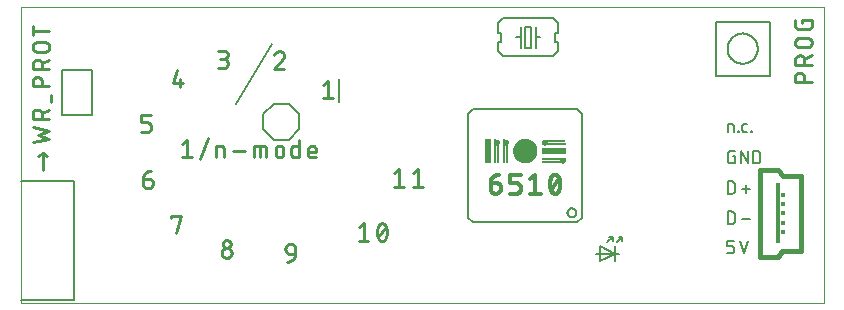
<source format=gto>
G04 EAGLE Gerber RS-274X export*
G75*
%MOMM*%
%FSLAX34Y34*%
%LPD*%
%INTop silk*%
%IPPOS*%
%AMOC8*
5,1,8,0,0,1.08239X$1,22.5*%
G01*
%ADD10C,0.254000*%
%ADD11C,0.000000*%
%ADD12C,0.203200*%
%ADD13C,0.279400*%
%ADD14C,0.152400*%
%ADD15C,0.400000*%
%ADD16R,0.400000X5.200000*%
%ADD17R,0.300000X0.400000*%
%ADD18C,0.330200*%
%ADD19R,2.032000X0.508000*%
%ADD20R,2.032000X0.254000*%
%ADD21R,1.778000X0.254000*%
%ADD22R,0.508000X2.032000*%
%ADD23R,0.254000X2.032000*%
%ADD24R,0.254000X1.778000*%
%ADD25C,1.016000*%


D10*
X18212Y112655D02*
X18212Y126879D01*
X14261Y123718D01*
X18212Y126879D02*
X22164Y123718D01*
X23744Y138905D02*
X9520Y135744D01*
X14261Y142066D02*
X23744Y138905D01*
X23744Y145227D02*
X14261Y142066D01*
X9520Y148388D02*
X23744Y145227D01*
X23744Y155590D02*
X9520Y155590D01*
X9520Y159541D01*
X9522Y159665D01*
X9528Y159789D01*
X9538Y159913D01*
X9551Y160036D01*
X9569Y160159D01*
X9590Y160281D01*
X9615Y160403D01*
X9644Y160524D01*
X9677Y160643D01*
X9713Y160762D01*
X9754Y160879D01*
X9797Y160995D01*
X9845Y161110D01*
X9896Y161223D01*
X9951Y161335D01*
X10009Y161444D01*
X10070Y161552D01*
X10135Y161658D01*
X10203Y161762D01*
X10275Y161863D01*
X10349Y161963D01*
X10427Y162059D01*
X10507Y162154D01*
X10591Y162246D01*
X10677Y162335D01*
X10766Y162421D01*
X10858Y162505D01*
X10953Y162585D01*
X11049Y162663D01*
X11149Y162737D01*
X11250Y162809D01*
X11354Y162877D01*
X11460Y162942D01*
X11568Y163003D01*
X11677Y163061D01*
X11789Y163116D01*
X11902Y163167D01*
X12017Y163215D01*
X12133Y163258D01*
X12250Y163299D01*
X12369Y163335D01*
X12488Y163368D01*
X12609Y163397D01*
X12731Y163422D01*
X12853Y163443D01*
X12976Y163461D01*
X13099Y163474D01*
X13223Y163484D01*
X13347Y163490D01*
X13471Y163492D01*
X13595Y163490D01*
X13719Y163484D01*
X13843Y163474D01*
X13966Y163461D01*
X14089Y163443D01*
X14211Y163422D01*
X14333Y163397D01*
X14454Y163368D01*
X14573Y163335D01*
X14692Y163299D01*
X14809Y163258D01*
X14925Y163215D01*
X15040Y163167D01*
X15153Y163116D01*
X15265Y163061D01*
X15374Y163003D01*
X15482Y162942D01*
X15588Y162877D01*
X15692Y162809D01*
X15793Y162737D01*
X15893Y162663D01*
X15989Y162585D01*
X16084Y162505D01*
X16176Y162421D01*
X16265Y162335D01*
X16351Y162246D01*
X16435Y162154D01*
X16515Y162059D01*
X16593Y161963D01*
X16667Y161863D01*
X16739Y161762D01*
X16807Y161658D01*
X16872Y161552D01*
X16933Y161444D01*
X16991Y161335D01*
X17046Y161223D01*
X17097Y161110D01*
X17145Y160995D01*
X17188Y160879D01*
X17229Y160762D01*
X17265Y160643D01*
X17298Y160524D01*
X17327Y160403D01*
X17352Y160281D01*
X17373Y160159D01*
X17391Y160036D01*
X17404Y159913D01*
X17414Y159789D01*
X17420Y159665D01*
X17422Y159541D01*
X17422Y155590D01*
X17422Y160331D02*
X23744Y163492D01*
X25324Y169628D02*
X25324Y175949D01*
X23744Y183016D02*
X9520Y183016D01*
X9520Y186967D01*
X9522Y187091D01*
X9528Y187215D01*
X9538Y187339D01*
X9551Y187462D01*
X9569Y187585D01*
X9590Y187707D01*
X9615Y187829D01*
X9644Y187950D01*
X9677Y188069D01*
X9713Y188188D01*
X9754Y188305D01*
X9797Y188421D01*
X9845Y188536D01*
X9896Y188649D01*
X9951Y188761D01*
X10009Y188870D01*
X10070Y188978D01*
X10135Y189084D01*
X10203Y189188D01*
X10275Y189289D01*
X10349Y189389D01*
X10427Y189485D01*
X10507Y189580D01*
X10591Y189672D01*
X10677Y189761D01*
X10766Y189847D01*
X10858Y189931D01*
X10953Y190011D01*
X11049Y190089D01*
X11149Y190163D01*
X11250Y190235D01*
X11354Y190303D01*
X11460Y190368D01*
X11568Y190429D01*
X11677Y190487D01*
X11789Y190542D01*
X11902Y190593D01*
X12017Y190641D01*
X12133Y190684D01*
X12250Y190725D01*
X12369Y190761D01*
X12488Y190794D01*
X12609Y190823D01*
X12731Y190848D01*
X12853Y190869D01*
X12976Y190887D01*
X13099Y190900D01*
X13223Y190910D01*
X13347Y190916D01*
X13471Y190918D01*
X13595Y190916D01*
X13719Y190910D01*
X13843Y190900D01*
X13966Y190887D01*
X14089Y190869D01*
X14211Y190848D01*
X14333Y190823D01*
X14454Y190794D01*
X14573Y190761D01*
X14692Y190725D01*
X14809Y190684D01*
X14925Y190641D01*
X15040Y190593D01*
X15153Y190542D01*
X15265Y190487D01*
X15374Y190429D01*
X15482Y190368D01*
X15588Y190303D01*
X15692Y190235D01*
X15793Y190163D01*
X15893Y190089D01*
X15989Y190011D01*
X16084Y189931D01*
X16176Y189847D01*
X16265Y189761D01*
X16351Y189672D01*
X16435Y189580D01*
X16515Y189485D01*
X16593Y189389D01*
X16667Y189289D01*
X16739Y189188D01*
X16807Y189084D01*
X16872Y188978D01*
X16933Y188870D01*
X16991Y188761D01*
X17046Y188649D01*
X17097Y188536D01*
X17145Y188421D01*
X17188Y188305D01*
X17229Y188188D01*
X17265Y188069D01*
X17298Y187950D01*
X17327Y187829D01*
X17352Y187707D01*
X17373Y187585D01*
X17391Y187462D01*
X17404Y187339D01*
X17414Y187215D01*
X17420Y187091D01*
X17422Y186967D01*
X17422Y183016D01*
X23744Y197710D02*
X9520Y197710D01*
X9520Y201661D01*
X9522Y201785D01*
X9528Y201909D01*
X9538Y202033D01*
X9551Y202156D01*
X9569Y202279D01*
X9590Y202401D01*
X9615Y202523D01*
X9644Y202644D01*
X9677Y202763D01*
X9713Y202882D01*
X9754Y202999D01*
X9797Y203115D01*
X9845Y203230D01*
X9896Y203343D01*
X9951Y203455D01*
X10009Y203564D01*
X10070Y203672D01*
X10135Y203778D01*
X10203Y203882D01*
X10275Y203983D01*
X10349Y204083D01*
X10427Y204179D01*
X10507Y204274D01*
X10591Y204366D01*
X10677Y204455D01*
X10766Y204541D01*
X10858Y204625D01*
X10953Y204705D01*
X11049Y204783D01*
X11149Y204857D01*
X11250Y204929D01*
X11354Y204997D01*
X11460Y205062D01*
X11568Y205123D01*
X11677Y205181D01*
X11789Y205236D01*
X11902Y205287D01*
X12017Y205335D01*
X12133Y205378D01*
X12250Y205419D01*
X12369Y205455D01*
X12488Y205488D01*
X12609Y205517D01*
X12731Y205542D01*
X12853Y205563D01*
X12976Y205581D01*
X13099Y205594D01*
X13223Y205604D01*
X13347Y205610D01*
X13471Y205612D01*
X13595Y205610D01*
X13719Y205604D01*
X13843Y205594D01*
X13966Y205581D01*
X14089Y205563D01*
X14211Y205542D01*
X14333Y205517D01*
X14454Y205488D01*
X14573Y205455D01*
X14692Y205419D01*
X14809Y205378D01*
X14925Y205335D01*
X15040Y205287D01*
X15153Y205236D01*
X15265Y205181D01*
X15374Y205123D01*
X15482Y205062D01*
X15588Y204997D01*
X15692Y204929D01*
X15793Y204857D01*
X15893Y204783D01*
X15989Y204705D01*
X16084Y204625D01*
X16176Y204541D01*
X16265Y204455D01*
X16351Y204366D01*
X16435Y204274D01*
X16515Y204179D01*
X16593Y204083D01*
X16667Y203983D01*
X16739Y203882D01*
X16807Y203778D01*
X16872Y203672D01*
X16933Y203564D01*
X16991Y203455D01*
X17046Y203343D01*
X17097Y203230D01*
X17145Y203115D01*
X17188Y202999D01*
X17229Y202882D01*
X17265Y202763D01*
X17298Y202644D01*
X17327Y202523D01*
X17352Y202401D01*
X17373Y202279D01*
X17391Y202156D01*
X17404Y202033D01*
X17414Y201909D01*
X17420Y201785D01*
X17422Y201661D01*
X17422Y197710D01*
X17422Y202451D02*
X23744Y205612D01*
X19793Y212444D02*
X13471Y212444D01*
X13347Y212446D01*
X13223Y212452D01*
X13099Y212462D01*
X12976Y212475D01*
X12853Y212493D01*
X12731Y212514D01*
X12609Y212539D01*
X12488Y212568D01*
X12369Y212601D01*
X12250Y212637D01*
X12133Y212678D01*
X12017Y212721D01*
X11902Y212769D01*
X11789Y212820D01*
X11677Y212875D01*
X11568Y212933D01*
X11460Y212994D01*
X11354Y213059D01*
X11250Y213127D01*
X11149Y213199D01*
X11049Y213273D01*
X10953Y213351D01*
X10858Y213431D01*
X10766Y213515D01*
X10677Y213601D01*
X10591Y213690D01*
X10507Y213782D01*
X10427Y213877D01*
X10349Y213973D01*
X10275Y214073D01*
X10203Y214174D01*
X10135Y214278D01*
X10070Y214384D01*
X10009Y214492D01*
X9951Y214601D01*
X9896Y214713D01*
X9845Y214826D01*
X9797Y214941D01*
X9754Y215057D01*
X9713Y215174D01*
X9677Y215293D01*
X9644Y215412D01*
X9615Y215533D01*
X9590Y215655D01*
X9569Y215777D01*
X9551Y215900D01*
X9538Y216023D01*
X9528Y216147D01*
X9522Y216271D01*
X9520Y216395D01*
X9522Y216519D01*
X9528Y216643D01*
X9538Y216767D01*
X9551Y216890D01*
X9569Y217013D01*
X9590Y217135D01*
X9615Y217257D01*
X9644Y217378D01*
X9677Y217497D01*
X9713Y217616D01*
X9754Y217733D01*
X9797Y217849D01*
X9845Y217964D01*
X9896Y218077D01*
X9951Y218189D01*
X10009Y218298D01*
X10070Y218406D01*
X10135Y218512D01*
X10203Y218616D01*
X10275Y218717D01*
X10349Y218817D01*
X10427Y218913D01*
X10507Y219008D01*
X10591Y219100D01*
X10677Y219189D01*
X10766Y219275D01*
X10858Y219359D01*
X10953Y219439D01*
X11049Y219517D01*
X11149Y219591D01*
X11250Y219663D01*
X11354Y219731D01*
X11460Y219796D01*
X11568Y219857D01*
X11677Y219915D01*
X11789Y219970D01*
X11902Y220021D01*
X12017Y220069D01*
X12133Y220112D01*
X12250Y220153D01*
X12369Y220189D01*
X12488Y220222D01*
X12609Y220251D01*
X12731Y220276D01*
X12853Y220297D01*
X12976Y220315D01*
X13099Y220328D01*
X13223Y220338D01*
X13347Y220344D01*
X13471Y220346D01*
X19793Y220346D01*
X19917Y220344D01*
X20041Y220338D01*
X20165Y220328D01*
X20288Y220315D01*
X20411Y220297D01*
X20533Y220276D01*
X20655Y220251D01*
X20776Y220222D01*
X20895Y220189D01*
X21014Y220153D01*
X21131Y220112D01*
X21247Y220069D01*
X21362Y220021D01*
X21475Y219970D01*
X21587Y219915D01*
X21696Y219857D01*
X21804Y219796D01*
X21910Y219731D01*
X22014Y219663D01*
X22115Y219591D01*
X22215Y219517D01*
X22311Y219439D01*
X22406Y219359D01*
X22498Y219275D01*
X22587Y219189D01*
X22673Y219100D01*
X22757Y219008D01*
X22837Y218913D01*
X22915Y218817D01*
X22989Y218717D01*
X23061Y218616D01*
X23129Y218512D01*
X23194Y218406D01*
X23255Y218298D01*
X23313Y218189D01*
X23368Y218077D01*
X23419Y217964D01*
X23467Y217849D01*
X23510Y217733D01*
X23551Y217616D01*
X23587Y217497D01*
X23620Y217378D01*
X23649Y217257D01*
X23674Y217135D01*
X23695Y217013D01*
X23713Y216890D01*
X23726Y216767D01*
X23736Y216643D01*
X23742Y216519D01*
X23744Y216395D01*
X23742Y216271D01*
X23736Y216147D01*
X23726Y216023D01*
X23713Y215900D01*
X23695Y215777D01*
X23674Y215655D01*
X23649Y215533D01*
X23620Y215412D01*
X23587Y215293D01*
X23551Y215174D01*
X23510Y215057D01*
X23467Y214941D01*
X23419Y214826D01*
X23368Y214713D01*
X23313Y214601D01*
X23255Y214492D01*
X23194Y214384D01*
X23129Y214278D01*
X23061Y214174D01*
X22989Y214073D01*
X22915Y213973D01*
X22837Y213877D01*
X22757Y213782D01*
X22673Y213690D01*
X22587Y213601D01*
X22498Y213515D01*
X22406Y213431D01*
X22311Y213351D01*
X22215Y213273D01*
X22115Y213199D01*
X22014Y213127D01*
X21910Y213059D01*
X21804Y212994D01*
X21696Y212933D01*
X21587Y212875D01*
X21475Y212820D01*
X21362Y212769D01*
X21247Y212721D01*
X21131Y212678D01*
X21014Y212637D01*
X20895Y212601D01*
X20776Y212568D01*
X20655Y212539D01*
X20533Y212514D01*
X20411Y212493D01*
X20288Y212475D01*
X20165Y212462D01*
X20041Y212452D01*
X19917Y212446D01*
X19793Y212444D01*
X23744Y230269D02*
X9520Y230269D01*
X9520Y226318D02*
X9520Y234221D01*
D11*
X0Y0D02*
X680000Y0D01*
X680000Y250000D01*
X0Y250000D01*
X0Y0D01*
D12*
X597664Y41754D02*
X601220Y41754D01*
X601220Y41753D02*
X601315Y41755D01*
X601411Y41761D01*
X601506Y41770D01*
X601600Y41784D01*
X601694Y41801D01*
X601787Y41822D01*
X601880Y41847D01*
X601971Y41875D01*
X602061Y41907D01*
X602149Y41943D01*
X602236Y41982D01*
X602322Y42025D01*
X602406Y42071D01*
X602487Y42120D01*
X602567Y42173D01*
X602644Y42229D01*
X602720Y42287D01*
X602792Y42349D01*
X602862Y42414D01*
X602930Y42482D01*
X602995Y42552D01*
X603057Y42624D01*
X603115Y42700D01*
X603171Y42777D01*
X603224Y42857D01*
X603273Y42939D01*
X603319Y43022D01*
X603362Y43108D01*
X603401Y43195D01*
X603437Y43283D01*
X603469Y43373D01*
X603497Y43464D01*
X603522Y43557D01*
X603543Y43650D01*
X603560Y43744D01*
X603574Y43838D01*
X603583Y43933D01*
X603589Y44029D01*
X603591Y44124D01*
X603591Y45310D01*
X603589Y45405D01*
X603583Y45501D01*
X603574Y45596D01*
X603560Y45690D01*
X603543Y45784D01*
X603522Y45877D01*
X603497Y45970D01*
X603469Y46061D01*
X603437Y46151D01*
X603401Y46239D01*
X603362Y46326D01*
X603319Y46412D01*
X603273Y46496D01*
X603224Y46577D01*
X603171Y46657D01*
X603115Y46734D01*
X603057Y46810D01*
X602995Y46882D01*
X602930Y46952D01*
X602862Y47020D01*
X602792Y47085D01*
X602720Y47147D01*
X602644Y47205D01*
X602567Y47261D01*
X602487Y47314D01*
X602406Y47363D01*
X602322Y47409D01*
X602236Y47452D01*
X602149Y47491D01*
X602061Y47527D01*
X601971Y47559D01*
X601880Y47587D01*
X601787Y47612D01*
X601694Y47633D01*
X601600Y47650D01*
X601506Y47664D01*
X601411Y47673D01*
X601315Y47679D01*
X601220Y47681D01*
X601220Y47680D02*
X597664Y47680D01*
X597664Y52422D01*
X603591Y52422D01*
X608502Y52422D02*
X612058Y41754D01*
X615614Y52422D01*
D10*
X655059Y186728D02*
X669283Y186728D01*
X655059Y186728D02*
X655059Y190680D01*
X655061Y190804D01*
X655067Y190928D01*
X655077Y191052D01*
X655090Y191175D01*
X655108Y191298D01*
X655129Y191420D01*
X655154Y191542D01*
X655183Y191663D01*
X655216Y191782D01*
X655252Y191901D01*
X655293Y192018D01*
X655336Y192134D01*
X655384Y192249D01*
X655435Y192362D01*
X655490Y192474D01*
X655548Y192583D01*
X655609Y192691D01*
X655674Y192797D01*
X655742Y192901D01*
X655814Y193002D01*
X655888Y193102D01*
X655966Y193198D01*
X656046Y193293D01*
X656130Y193385D01*
X656216Y193474D01*
X656305Y193560D01*
X656397Y193644D01*
X656492Y193724D01*
X656588Y193802D01*
X656688Y193876D01*
X656789Y193948D01*
X656893Y194016D01*
X656999Y194081D01*
X657107Y194142D01*
X657216Y194200D01*
X657328Y194255D01*
X657441Y194306D01*
X657556Y194354D01*
X657672Y194397D01*
X657789Y194438D01*
X657908Y194474D01*
X658027Y194507D01*
X658148Y194536D01*
X658270Y194561D01*
X658392Y194582D01*
X658515Y194600D01*
X658638Y194613D01*
X658762Y194623D01*
X658886Y194629D01*
X659010Y194631D01*
X659134Y194629D01*
X659258Y194623D01*
X659382Y194613D01*
X659505Y194600D01*
X659628Y194582D01*
X659750Y194561D01*
X659872Y194536D01*
X659993Y194507D01*
X660112Y194474D01*
X660231Y194438D01*
X660348Y194397D01*
X660464Y194354D01*
X660579Y194306D01*
X660692Y194255D01*
X660804Y194200D01*
X660913Y194142D01*
X661021Y194081D01*
X661127Y194016D01*
X661231Y193948D01*
X661332Y193876D01*
X661432Y193802D01*
X661528Y193724D01*
X661623Y193644D01*
X661715Y193560D01*
X661804Y193474D01*
X661890Y193385D01*
X661974Y193293D01*
X662054Y193198D01*
X662132Y193102D01*
X662206Y193002D01*
X662278Y192901D01*
X662346Y192797D01*
X662411Y192691D01*
X662472Y192583D01*
X662530Y192474D01*
X662585Y192362D01*
X662636Y192249D01*
X662684Y192134D01*
X662727Y192018D01*
X662768Y191901D01*
X662804Y191782D01*
X662837Y191663D01*
X662866Y191542D01*
X662891Y191420D01*
X662912Y191298D01*
X662930Y191175D01*
X662943Y191052D01*
X662953Y190928D01*
X662959Y190804D01*
X662961Y190680D01*
X662961Y186728D01*
X669283Y201423D02*
X655059Y201423D01*
X655059Y205374D01*
X655061Y205498D01*
X655067Y205622D01*
X655077Y205746D01*
X655090Y205869D01*
X655108Y205992D01*
X655129Y206114D01*
X655154Y206236D01*
X655183Y206357D01*
X655216Y206476D01*
X655252Y206595D01*
X655293Y206712D01*
X655336Y206828D01*
X655384Y206943D01*
X655435Y207056D01*
X655490Y207168D01*
X655548Y207277D01*
X655609Y207385D01*
X655674Y207491D01*
X655742Y207595D01*
X655814Y207696D01*
X655888Y207796D01*
X655966Y207892D01*
X656046Y207987D01*
X656130Y208079D01*
X656216Y208168D01*
X656305Y208254D01*
X656397Y208338D01*
X656492Y208418D01*
X656588Y208496D01*
X656688Y208570D01*
X656789Y208642D01*
X656893Y208710D01*
X656999Y208775D01*
X657107Y208836D01*
X657216Y208894D01*
X657328Y208949D01*
X657441Y209000D01*
X657556Y209048D01*
X657672Y209091D01*
X657789Y209132D01*
X657908Y209168D01*
X658027Y209201D01*
X658148Y209230D01*
X658270Y209255D01*
X658392Y209276D01*
X658515Y209294D01*
X658638Y209307D01*
X658762Y209317D01*
X658886Y209323D01*
X659010Y209325D01*
X659134Y209323D01*
X659258Y209317D01*
X659382Y209307D01*
X659505Y209294D01*
X659628Y209276D01*
X659750Y209255D01*
X659872Y209230D01*
X659993Y209201D01*
X660112Y209168D01*
X660231Y209132D01*
X660348Y209091D01*
X660464Y209048D01*
X660579Y209000D01*
X660692Y208949D01*
X660804Y208894D01*
X660913Y208836D01*
X661021Y208775D01*
X661127Y208710D01*
X661231Y208642D01*
X661332Y208570D01*
X661432Y208496D01*
X661528Y208418D01*
X661623Y208338D01*
X661715Y208254D01*
X661804Y208168D01*
X661890Y208079D01*
X661974Y207987D01*
X662054Y207892D01*
X662132Y207796D01*
X662206Y207696D01*
X662278Y207595D01*
X662346Y207491D01*
X662411Y207385D01*
X662472Y207277D01*
X662530Y207168D01*
X662585Y207056D01*
X662636Y206943D01*
X662684Y206828D01*
X662727Y206712D01*
X662768Y206595D01*
X662804Y206476D01*
X662837Y206357D01*
X662866Y206236D01*
X662891Y206114D01*
X662912Y205992D01*
X662930Y205869D01*
X662943Y205746D01*
X662953Y205622D01*
X662959Y205498D01*
X662961Y205374D01*
X662961Y201423D01*
X662961Y206164D02*
X669283Y209325D01*
X665331Y216156D02*
X659010Y216156D01*
X659010Y216157D02*
X658886Y216159D01*
X658762Y216165D01*
X658638Y216175D01*
X658515Y216188D01*
X658392Y216206D01*
X658270Y216227D01*
X658148Y216252D01*
X658027Y216281D01*
X657908Y216314D01*
X657789Y216350D01*
X657672Y216391D01*
X657556Y216434D01*
X657441Y216482D01*
X657328Y216533D01*
X657216Y216588D01*
X657107Y216646D01*
X656999Y216707D01*
X656893Y216772D01*
X656789Y216840D01*
X656688Y216912D01*
X656588Y216986D01*
X656492Y217064D01*
X656397Y217144D01*
X656305Y217228D01*
X656216Y217314D01*
X656130Y217403D01*
X656046Y217495D01*
X655966Y217590D01*
X655888Y217686D01*
X655814Y217786D01*
X655742Y217887D01*
X655674Y217991D01*
X655609Y218097D01*
X655548Y218205D01*
X655490Y218314D01*
X655435Y218426D01*
X655384Y218539D01*
X655336Y218654D01*
X655293Y218770D01*
X655252Y218887D01*
X655216Y219006D01*
X655183Y219125D01*
X655154Y219246D01*
X655129Y219368D01*
X655108Y219490D01*
X655090Y219613D01*
X655077Y219736D01*
X655067Y219860D01*
X655061Y219984D01*
X655059Y220108D01*
X655061Y220232D01*
X655067Y220356D01*
X655077Y220480D01*
X655090Y220603D01*
X655108Y220726D01*
X655129Y220848D01*
X655154Y220970D01*
X655183Y221091D01*
X655216Y221210D01*
X655252Y221329D01*
X655293Y221446D01*
X655336Y221562D01*
X655384Y221677D01*
X655435Y221790D01*
X655490Y221902D01*
X655548Y222011D01*
X655609Y222119D01*
X655674Y222225D01*
X655742Y222329D01*
X655814Y222430D01*
X655888Y222530D01*
X655966Y222626D01*
X656046Y222721D01*
X656130Y222813D01*
X656216Y222902D01*
X656305Y222988D01*
X656397Y223072D01*
X656492Y223152D01*
X656588Y223230D01*
X656688Y223304D01*
X656789Y223376D01*
X656893Y223444D01*
X656999Y223509D01*
X657107Y223570D01*
X657216Y223628D01*
X657328Y223683D01*
X657441Y223734D01*
X657556Y223782D01*
X657672Y223825D01*
X657789Y223866D01*
X657908Y223902D01*
X658027Y223935D01*
X658148Y223964D01*
X658270Y223989D01*
X658392Y224010D01*
X658515Y224028D01*
X658638Y224041D01*
X658762Y224051D01*
X658886Y224057D01*
X659010Y224059D01*
X665331Y224059D01*
X665455Y224057D01*
X665579Y224051D01*
X665703Y224041D01*
X665826Y224028D01*
X665949Y224010D01*
X666071Y223989D01*
X666193Y223964D01*
X666314Y223935D01*
X666433Y223902D01*
X666552Y223866D01*
X666669Y223825D01*
X666785Y223782D01*
X666900Y223734D01*
X667013Y223683D01*
X667125Y223628D01*
X667234Y223570D01*
X667342Y223509D01*
X667448Y223444D01*
X667552Y223376D01*
X667653Y223304D01*
X667753Y223230D01*
X667849Y223152D01*
X667944Y223072D01*
X668036Y222988D01*
X668125Y222902D01*
X668211Y222813D01*
X668295Y222721D01*
X668375Y222626D01*
X668453Y222530D01*
X668527Y222430D01*
X668599Y222329D01*
X668667Y222225D01*
X668732Y222119D01*
X668793Y222011D01*
X668851Y221902D01*
X668906Y221790D01*
X668957Y221677D01*
X669005Y221562D01*
X669048Y221446D01*
X669089Y221329D01*
X669125Y221210D01*
X669158Y221091D01*
X669187Y220970D01*
X669212Y220848D01*
X669233Y220726D01*
X669251Y220603D01*
X669264Y220480D01*
X669274Y220356D01*
X669280Y220232D01*
X669282Y220108D01*
X669280Y219984D01*
X669274Y219860D01*
X669264Y219736D01*
X669251Y219613D01*
X669233Y219490D01*
X669212Y219368D01*
X669187Y219246D01*
X669158Y219125D01*
X669125Y219006D01*
X669089Y218887D01*
X669048Y218770D01*
X669005Y218654D01*
X668957Y218539D01*
X668906Y218426D01*
X668851Y218314D01*
X668793Y218205D01*
X668732Y218097D01*
X668667Y217991D01*
X668599Y217887D01*
X668527Y217786D01*
X668453Y217686D01*
X668375Y217590D01*
X668295Y217495D01*
X668211Y217403D01*
X668125Y217314D01*
X668036Y217228D01*
X667944Y217144D01*
X667849Y217064D01*
X667753Y216986D01*
X667653Y216912D01*
X667552Y216840D01*
X667448Y216772D01*
X667342Y216707D01*
X667234Y216646D01*
X667125Y216588D01*
X667013Y216533D01*
X666900Y216482D01*
X666785Y216434D01*
X666669Y216391D01*
X666552Y216350D01*
X666433Y216314D01*
X666314Y216281D01*
X666193Y216252D01*
X666071Y216227D01*
X665949Y216206D01*
X665826Y216188D01*
X665703Y216175D01*
X665579Y216165D01*
X665455Y216159D01*
X665331Y216157D01*
X661380Y237049D02*
X661380Y239420D01*
X669283Y239420D01*
X669283Y234679D01*
X669281Y234569D01*
X669275Y234458D01*
X669266Y234349D01*
X669252Y234239D01*
X669235Y234130D01*
X669214Y234022D01*
X669189Y233914D01*
X669161Y233808D01*
X669128Y233702D01*
X669092Y233598D01*
X669053Y233495D01*
X669010Y233393D01*
X668963Y233293D01*
X668913Y233195D01*
X668860Y233098D01*
X668803Y233004D01*
X668743Y232911D01*
X668679Y232821D01*
X668613Y232733D01*
X668543Y232647D01*
X668471Y232564D01*
X668396Y232483D01*
X668318Y232405D01*
X668237Y232330D01*
X668154Y232258D01*
X668068Y232188D01*
X667980Y232122D01*
X667890Y232058D01*
X667797Y231998D01*
X667703Y231941D01*
X667606Y231888D01*
X667508Y231838D01*
X667408Y231791D01*
X667306Y231748D01*
X667203Y231709D01*
X667099Y231673D01*
X666993Y231640D01*
X666887Y231612D01*
X666779Y231587D01*
X666671Y231566D01*
X666562Y231549D01*
X666452Y231535D01*
X666343Y231526D01*
X666232Y231520D01*
X666122Y231518D01*
X658219Y231518D01*
X658109Y231520D01*
X657999Y231526D01*
X657889Y231535D01*
X657779Y231549D01*
X657670Y231566D01*
X657562Y231587D01*
X657454Y231612D01*
X657348Y231640D01*
X657242Y231673D01*
X657138Y231709D01*
X657035Y231748D01*
X656933Y231791D01*
X656833Y231838D01*
X656735Y231888D01*
X656639Y231941D01*
X656544Y231998D01*
X656451Y232058D01*
X656361Y232122D01*
X656273Y232188D01*
X656187Y232258D01*
X656104Y232330D01*
X656023Y232405D01*
X655945Y232483D01*
X655870Y232564D01*
X655798Y232647D01*
X655728Y232733D01*
X655662Y232821D01*
X655598Y232911D01*
X655538Y233004D01*
X655482Y233098D01*
X655428Y233195D01*
X655378Y233293D01*
X655331Y233393D01*
X655288Y233495D01*
X655249Y233598D01*
X655213Y233702D01*
X655180Y233808D01*
X655152Y233914D01*
X655127Y234022D01*
X655106Y234130D01*
X655089Y234239D01*
X655075Y234349D01*
X655066Y234458D01*
X655060Y234569D01*
X655058Y234679D01*
X655059Y234679D02*
X655059Y239420D01*
D12*
X598491Y151641D02*
X598491Y144529D01*
X598491Y151641D02*
X601455Y151641D01*
X601537Y151639D01*
X601619Y151633D01*
X601701Y151624D01*
X601782Y151611D01*
X601862Y151594D01*
X601942Y151573D01*
X602020Y151549D01*
X602097Y151521D01*
X602173Y151490D01*
X602248Y151455D01*
X602320Y151416D01*
X602391Y151375D01*
X602460Y151330D01*
X602526Y151282D01*
X602591Y151231D01*
X602653Y151177D01*
X602712Y151120D01*
X602769Y151061D01*
X602823Y150999D01*
X602874Y150934D01*
X602922Y150868D01*
X602967Y150799D01*
X603008Y150728D01*
X603047Y150656D01*
X603082Y150581D01*
X603113Y150505D01*
X603141Y150428D01*
X603165Y150350D01*
X603186Y150270D01*
X603203Y150190D01*
X603216Y150109D01*
X603225Y150027D01*
X603231Y149945D01*
X603233Y149863D01*
X603233Y144529D01*
D13*
X259560Y187833D02*
X255397Y184503D01*
X259560Y187833D02*
X259560Y172847D01*
X255397Y172847D02*
X263723Y172847D01*
X222448Y209169D02*
X222446Y209289D01*
X222440Y209409D01*
X222431Y209529D01*
X222417Y209648D01*
X222400Y209767D01*
X222379Y209885D01*
X222354Y210003D01*
X222325Y210119D01*
X222293Y210235D01*
X222257Y210350D01*
X222217Y210463D01*
X222174Y210575D01*
X222127Y210686D01*
X222077Y210795D01*
X222023Y210902D01*
X221966Y211008D01*
X221905Y211111D01*
X221841Y211213D01*
X221774Y211313D01*
X221704Y211410D01*
X221631Y211505D01*
X221554Y211598D01*
X221475Y211688D01*
X221393Y211776D01*
X221308Y211861D01*
X221220Y211943D01*
X221130Y212022D01*
X221037Y212099D01*
X220942Y212172D01*
X220845Y212242D01*
X220745Y212309D01*
X220643Y212373D01*
X220540Y212434D01*
X220434Y212491D01*
X220327Y212545D01*
X220218Y212595D01*
X220107Y212642D01*
X219995Y212685D01*
X219882Y212725D01*
X219767Y212761D01*
X219651Y212793D01*
X219535Y212822D01*
X219417Y212847D01*
X219299Y212868D01*
X219180Y212885D01*
X219061Y212899D01*
X218941Y212908D01*
X218821Y212914D01*
X218701Y212916D01*
X218701Y212915D02*
X218563Y212913D01*
X218426Y212907D01*
X218289Y212897D01*
X218152Y212884D01*
X218016Y212866D01*
X217880Y212844D01*
X217744Y212819D01*
X217610Y212790D01*
X217477Y212757D01*
X217344Y212720D01*
X217213Y212679D01*
X217082Y212635D01*
X216954Y212587D01*
X216826Y212535D01*
X216700Y212479D01*
X216576Y212420D01*
X216453Y212358D01*
X216333Y212292D01*
X216214Y212223D01*
X216097Y212150D01*
X215983Y212074D01*
X215870Y211994D01*
X215760Y211912D01*
X215652Y211826D01*
X215547Y211738D01*
X215445Y211646D01*
X215345Y211552D01*
X215247Y211454D01*
X215153Y211354D01*
X215062Y211251D01*
X214973Y211146D01*
X214888Y211038D01*
X214805Y210928D01*
X214726Y210816D01*
X214650Y210701D01*
X214577Y210584D01*
X214508Y210465D01*
X214442Y210345D01*
X214380Y210222D01*
X214321Y210098D01*
X214266Y209972D01*
X214214Y209844D01*
X214166Y209715D01*
X214122Y209585D01*
X221198Y206255D02*
X221288Y206343D01*
X221374Y206434D01*
X221458Y206527D01*
X221539Y206623D01*
X221617Y206721D01*
X221691Y206821D01*
X221763Y206924D01*
X221831Y207029D01*
X221896Y207137D01*
X221958Y207246D01*
X222016Y207357D01*
X222071Y207470D01*
X222122Y207584D01*
X222169Y207700D01*
X222213Y207817D01*
X222253Y207936D01*
X222290Y208056D01*
X222323Y208177D01*
X222352Y208299D01*
X222377Y208421D01*
X222398Y208545D01*
X222416Y208669D01*
X222429Y208794D01*
X222439Y208919D01*
X222445Y209044D01*
X222447Y209169D01*
X221199Y206255D02*
X214122Y197930D01*
X222448Y197930D01*
X170660Y198247D02*
X166497Y198247D01*
X170660Y198247D02*
X170788Y198249D01*
X170916Y198255D01*
X171044Y198265D01*
X171172Y198279D01*
X171299Y198296D01*
X171425Y198318D01*
X171551Y198343D01*
X171675Y198373D01*
X171799Y198406D01*
X171922Y198443D01*
X172044Y198484D01*
X172164Y198528D01*
X172283Y198576D01*
X172400Y198628D01*
X172516Y198683D01*
X172629Y198742D01*
X172742Y198805D01*
X172852Y198871D01*
X172959Y198940D01*
X173065Y199012D01*
X173169Y199088D01*
X173270Y199167D01*
X173369Y199249D01*
X173465Y199334D01*
X173558Y199421D01*
X173649Y199512D01*
X173736Y199605D01*
X173821Y199701D01*
X173903Y199800D01*
X173982Y199901D01*
X174058Y200005D01*
X174130Y200111D01*
X174199Y200218D01*
X174265Y200329D01*
X174328Y200441D01*
X174387Y200554D01*
X174442Y200670D01*
X174494Y200787D01*
X174542Y200906D01*
X174586Y201026D01*
X174627Y201148D01*
X174664Y201271D01*
X174697Y201395D01*
X174727Y201519D01*
X174752Y201645D01*
X174774Y201771D01*
X174791Y201898D01*
X174805Y202026D01*
X174815Y202154D01*
X174821Y202282D01*
X174823Y202410D01*
X174821Y202538D01*
X174815Y202666D01*
X174805Y202794D01*
X174791Y202922D01*
X174774Y203049D01*
X174752Y203175D01*
X174727Y203301D01*
X174697Y203425D01*
X174664Y203549D01*
X174627Y203672D01*
X174586Y203794D01*
X174542Y203914D01*
X174494Y204033D01*
X174442Y204150D01*
X174387Y204266D01*
X174328Y204379D01*
X174265Y204491D01*
X174199Y204602D01*
X174130Y204709D01*
X174058Y204815D01*
X173982Y204919D01*
X173903Y205020D01*
X173821Y205119D01*
X173736Y205215D01*
X173649Y205308D01*
X173558Y205399D01*
X173465Y205486D01*
X173369Y205571D01*
X173270Y205653D01*
X173169Y205732D01*
X173065Y205808D01*
X172959Y205880D01*
X172852Y205949D01*
X172742Y206015D01*
X172629Y206078D01*
X172516Y206137D01*
X172400Y206192D01*
X172283Y206244D01*
X172164Y206292D01*
X172044Y206336D01*
X171922Y206377D01*
X171799Y206414D01*
X171675Y206447D01*
X171551Y206477D01*
X171425Y206502D01*
X171299Y206524D01*
X171172Y206541D01*
X171044Y206555D01*
X170916Y206565D01*
X170788Y206571D01*
X170660Y206573D01*
X171492Y213233D02*
X166497Y213233D01*
X171492Y213233D02*
X171606Y213231D01*
X171719Y213225D01*
X171833Y213216D01*
X171945Y213202D01*
X172058Y213185D01*
X172170Y213163D01*
X172280Y213138D01*
X172390Y213110D01*
X172499Y213077D01*
X172607Y213041D01*
X172714Y213001D01*
X172819Y212957D01*
X172922Y212910D01*
X173024Y212860D01*
X173124Y212806D01*
X173222Y212748D01*
X173318Y212687D01*
X173412Y212624D01*
X173504Y212556D01*
X173594Y212486D01*
X173680Y212413D01*
X173765Y212337D01*
X173847Y212258D01*
X173926Y212176D01*
X174002Y212091D01*
X174075Y212005D01*
X174145Y211915D01*
X174213Y211823D01*
X174276Y211729D01*
X174337Y211633D01*
X174395Y211535D01*
X174449Y211435D01*
X174499Y211333D01*
X174546Y211230D01*
X174590Y211125D01*
X174630Y211018D01*
X174666Y210910D01*
X174699Y210801D01*
X174727Y210691D01*
X174752Y210581D01*
X174774Y210469D01*
X174791Y210356D01*
X174805Y210244D01*
X174814Y210130D01*
X174820Y210017D01*
X174822Y209903D01*
X174820Y209789D01*
X174814Y209676D01*
X174805Y209562D01*
X174791Y209450D01*
X174774Y209337D01*
X174752Y209225D01*
X174727Y209115D01*
X174699Y209005D01*
X174666Y208896D01*
X174630Y208788D01*
X174590Y208681D01*
X174546Y208576D01*
X174499Y208473D01*
X174449Y208371D01*
X174395Y208271D01*
X174337Y208173D01*
X174276Y208077D01*
X174213Y207983D01*
X174145Y207891D01*
X174075Y207801D01*
X174002Y207715D01*
X173926Y207630D01*
X173847Y207548D01*
X173765Y207469D01*
X173680Y207393D01*
X173594Y207320D01*
X173504Y207250D01*
X173412Y207182D01*
X173318Y207119D01*
X173222Y207058D01*
X173124Y207000D01*
X173024Y206946D01*
X172922Y206896D01*
X172819Y206849D01*
X172714Y206805D01*
X172607Y206765D01*
X172499Y206729D01*
X172390Y206696D01*
X172280Y206668D01*
X172170Y206643D01*
X172058Y206621D01*
X171945Y206604D01*
X171833Y206590D01*
X171719Y206581D01*
X171606Y206575D01*
X171492Y206573D01*
X168162Y206573D01*
X131727Y197358D02*
X128397Y185702D01*
X136723Y185702D01*
X134225Y189032D02*
X134225Y182372D01*
X106405Y144272D02*
X101410Y144272D01*
X106405Y144272D02*
X106519Y144274D01*
X106632Y144280D01*
X106746Y144289D01*
X106858Y144303D01*
X106971Y144320D01*
X107083Y144342D01*
X107193Y144367D01*
X107303Y144395D01*
X107412Y144428D01*
X107520Y144464D01*
X107627Y144504D01*
X107732Y144548D01*
X107835Y144595D01*
X107937Y144645D01*
X108037Y144699D01*
X108135Y144757D01*
X108231Y144818D01*
X108325Y144881D01*
X108417Y144949D01*
X108507Y145019D01*
X108593Y145092D01*
X108678Y145168D01*
X108760Y145247D01*
X108839Y145329D01*
X108915Y145414D01*
X108988Y145500D01*
X109058Y145590D01*
X109126Y145682D01*
X109189Y145776D01*
X109250Y145872D01*
X109308Y145970D01*
X109362Y146070D01*
X109412Y146172D01*
X109459Y146275D01*
X109503Y146380D01*
X109543Y146487D01*
X109579Y146595D01*
X109612Y146704D01*
X109640Y146814D01*
X109665Y146925D01*
X109687Y147036D01*
X109704Y147149D01*
X109718Y147261D01*
X109727Y147375D01*
X109733Y147488D01*
X109735Y147602D01*
X109735Y149267D01*
X109733Y149381D01*
X109727Y149494D01*
X109718Y149608D01*
X109704Y149720D01*
X109687Y149833D01*
X109665Y149945D01*
X109640Y150055D01*
X109612Y150165D01*
X109579Y150274D01*
X109543Y150382D01*
X109503Y150489D01*
X109459Y150594D01*
X109412Y150697D01*
X109362Y150799D01*
X109308Y150899D01*
X109250Y150997D01*
X109189Y151093D01*
X109126Y151187D01*
X109058Y151279D01*
X108988Y151369D01*
X108915Y151455D01*
X108839Y151540D01*
X108760Y151622D01*
X108678Y151701D01*
X108593Y151777D01*
X108507Y151850D01*
X108417Y151920D01*
X108325Y151988D01*
X108231Y152051D01*
X108135Y152112D01*
X108037Y152170D01*
X107937Y152224D01*
X107835Y152274D01*
X107732Y152321D01*
X107627Y152365D01*
X107520Y152405D01*
X107412Y152441D01*
X107303Y152474D01*
X107193Y152502D01*
X107083Y152527D01*
X106971Y152549D01*
X106858Y152566D01*
X106746Y152580D01*
X106632Y152589D01*
X106519Y152595D01*
X106405Y152597D01*
X106405Y152598D02*
X101410Y152598D01*
X101410Y159258D01*
X109735Y159258D01*
X107992Y104973D02*
X102997Y104973D01*
X107992Y104972D02*
X108106Y104970D01*
X108219Y104964D01*
X108333Y104955D01*
X108445Y104941D01*
X108558Y104924D01*
X108670Y104902D01*
X108780Y104877D01*
X108890Y104849D01*
X108999Y104816D01*
X109107Y104780D01*
X109214Y104740D01*
X109319Y104696D01*
X109422Y104649D01*
X109524Y104599D01*
X109624Y104545D01*
X109722Y104487D01*
X109818Y104426D01*
X109912Y104363D01*
X110004Y104295D01*
X110094Y104225D01*
X110180Y104152D01*
X110265Y104076D01*
X110347Y103997D01*
X110426Y103915D01*
X110502Y103830D01*
X110575Y103744D01*
X110645Y103654D01*
X110713Y103562D01*
X110776Y103468D01*
X110837Y103372D01*
X110895Y103274D01*
X110949Y103174D01*
X110999Y103072D01*
X111046Y102969D01*
X111090Y102864D01*
X111130Y102757D01*
X111166Y102649D01*
X111199Y102540D01*
X111227Y102430D01*
X111252Y102320D01*
X111274Y102208D01*
X111291Y102095D01*
X111305Y101983D01*
X111314Y101869D01*
X111320Y101756D01*
X111322Y101642D01*
X111323Y101642D02*
X111323Y100810D01*
X111321Y100682D01*
X111315Y100554D01*
X111305Y100426D01*
X111291Y100298D01*
X111274Y100171D01*
X111252Y100045D01*
X111227Y99919D01*
X111197Y99795D01*
X111164Y99671D01*
X111127Y99548D01*
X111086Y99426D01*
X111042Y99306D01*
X110994Y99187D01*
X110942Y99070D01*
X110887Y98954D01*
X110828Y98841D01*
X110765Y98728D01*
X110699Y98618D01*
X110630Y98511D01*
X110558Y98405D01*
X110482Y98301D01*
X110403Y98200D01*
X110321Y98101D01*
X110236Y98005D01*
X110149Y97912D01*
X110058Y97821D01*
X109965Y97734D01*
X109869Y97649D01*
X109770Y97567D01*
X109669Y97488D01*
X109565Y97412D01*
X109459Y97340D01*
X109352Y97271D01*
X109241Y97205D01*
X109129Y97142D01*
X109016Y97083D01*
X108900Y97028D01*
X108783Y96976D01*
X108664Y96928D01*
X108544Y96884D01*
X108422Y96843D01*
X108299Y96806D01*
X108175Y96773D01*
X108051Y96743D01*
X107925Y96718D01*
X107799Y96696D01*
X107672Y96679D01*
X107544Y96665D01*
X107416Y96655D01*
X107288Y96649D01*
X107160Y96647D01*
X107032Y96649D01*
X106904Y96655D01*
X106776Y96665D01*
X106648Y96679D01*
X106521Y96696D01*
X106395Y96718D01*
X106269Y96743D01*
X106145Y96773D01*
X106021Y96806D01*
X105898Y96843D01*
X105776Y96884D01*
X105656Y96928D01*
X105537Y96976D01*
X105420Y97028D01*
X105304Y97083D01*
X105191Y97142D01*
X105078Y97205D01*
X104968Y97271D01*
X104861Y97340D01*
X104755Y97412D01*
X104651Y97488D01*
X104550Y97567D01*
X104451Y97649D01*
X104355Y97734D01*
X104262Y97821D01*
X104171Y97912D01*
X104084Y98005D01*
X103999Y98101D01*
X103917Y98200D01*
X103838Y98301D01*
X103762Y98405D01*
X103690Y98511D01*
X103621Y98618D01*
X103555Y98729D01*
X103492Y98841D01*
X103433Y98954D01*
X103378Y99070D01*
X103326Y99187D01*
X103278Y99306D01*
X103234Y99426D01*
X103193Y99548D01*
X103156Y99671D01*
X103123Y99795D01*
X103093Y99919D01*
X103068Y100045D01*
X103046Y100171D01*
X103029Y100298D01*
X103015Y100426D01*
X103005Y100554D01*
X102999Y100682D01*
X102997Y100810D01*
X102997Y104973D01*
X102999Y105136D01*
X103005Y105300D01*
X103015Y105463D01*
X103029Y105626D01*
X103047Y105788D01*
X103069Y105950D01*
X103095Y106112D01*
X103125Y106272D01*
X103159Y106432D01*
X103197Y106591D01*
X103238Y106749D01*
X103284Y106906D01*
X103333Y107062D01*
X103386Y107217D01*
X103443Y107370D01*
X103504Y107522D01*
X103568Y107672D01*
X103636Y107821D01*
X103708Y107967D01*
X103783Y108112D01*
X103862Y108256D01*
X103945Y108397D01*
X104030Y108536D01*
X104119Y108673D01*
X104212Y108808D01*
X104308Y108940D01*
X104407Y109070D01*
X104509Y109198D01*
X104614Y109323D01*
X104722Y109446D01*
X104834Y109565D01*
X104948Y109682D01*
X105065Y109796D01*
X105184Y109908D01*
X105307Y110016D01*
X105432Y110121D01*
X105560Y110223D01*
X105690Y110322D01*
X105822Y110418D01*
X105957Y110511D01*
X106094Y110600D01*
X106233Y110685D01*
X106374Y110768D01*
X106517Y110847D01*
X106663Y110922D01*
X106809Y110994D01*
X106958Y111062D01*
X107108Y111126D01*
X107260Y111187D01*
X107413Y111244D01*
X107568Y111297D01*
X107724Y111346D01*
X107881Y111392D01*
X108039Y111433D01*
X108198Y111471D01*
X108358Y111505D01*
X108518Y111535D01*
X108680Y111561D01*
X108842Y111583D01*
X109004Y111601D01*
X109167Y111615D01*
X109330Y111625D01*
X109494Y111631D01*
X109657Y111633D01*
X126810Y73533D02*
X126810Y71868D01*
X126810Y73533D02*
X135135Y73533D01*
X130972Y58547D01*
X169672Y42072D02*
X169674Y42200D01*
X169680Y42328D01*
X169690Y42456D01*
X169704Y42584D01*
X169721Y42711D01*
X169743Y42837D01*
X169768Y42963D01*
X169798Y43087D01*
X169831Y43211D01*
X169868Y43334D01*
X169909Y43456D01*
X169953Y43576D01*
X170001Y43695D01*
X170053Y43812D01*
X170108Y43928D01*
X170167Y44041D01*
X170230Y44154D01*
X170296Y44264D01*
X170365Y44371D01*
X170437Y44477D01*
X170513Y44581D01*
X170592Y44682D01*
X170674Y44781D01*
X170759Y44877D01*
X170846Y44970D01*
X170937Y45061D01*
X171030Y45148D01*
X171126Y45233D01*
X171225Y45315D01*
X171326Y45394D01*
X171430Y45470D01*
X171536Y45542D01*
X171643Y45611D01*
X171754Y45677D01*
X171866Y45740D01*
X171979Y45799D01*
X172095Y45854D01*
X172212Y45906D01*
X172331Y45954D01*
X172451Y45998D01*
X172573Y46039D01*
X172696Y46076D01*
X172820Y46109D01*
X172944Y46139D01*
X173070Y46164D01*
X173196Y46186D01*
X173323Y46203D01*
X173451Y46217D01*
X173579Y46227D01*
X173707Y46233D01*
X173835Y46235D01*
X173963Y46233D01*
X174091Y46227D01*
X174219Y46217D01*
X174347Y46203D01*
X174474Y46186D01*
X174600Y46164D01*
X174726Y46139D01*
X174850Y46109D01*
X174974Y46076D01*
X175097Y46039D01*
X175219Y45998D01*
X175339Y45954D01*
X175458Y45906D01*
X175575Y45854D01*
X175691Y45799D01*
X175804Y45740D01*
X175917Y45677D01*
X176027Y45611D01*
X176134Y45542D01*
X176240Y45470D01*
X176344Y45394D01*
X176445Y45315D01*
X176544Y45233D01*
X176640Y45148D01*
X176733Y45061D01*
X176824Y44970D01*
X176911Y44877D01*
X176996Y44781D01*
X177078Y44682D01*
X177157Y44581D01*
X177233Y44477D01*
X177305Y44371D01*
X177374Y44264D01*
X177440Y44154D01*
X177503Y44041D01*
X177562Y43928D01*
X177617Y43812D01*
X177669Y43695D01*
X177717Y43576D01*
X177761Y43456D01*
X177802Y43334D01*
X177839Y43211D01*
X177872Y43087D01*
X177902Y42963D01*
X177927Y42837D01*
X177949Y42711D01*
X177966Y42584D01*
X177980Y42456D01*
X177990Y42328D01*
X177996Y42200D01*
X177998Y42072D01*
X177996Y41944D01*
X177990Y41816D01*
X177980Y41688D01*
X177966Y41560D01*
X177949Y41433D01*
X177927Y41307D01*
X177902Y41181D01*
X177872Y41057D01*
X177839Y40933D01*
X177802Y40810D01*
X177761Y40688D01*
X177717Y40568D01*
X177669Y40449D01*
X177617Y40332D01*
X177562Y40216D01*
X177503Y40103D01*
X177440Y39990D01*
X177374Y39880D01*
X177305Y39773D01*
X177233Y39667D01*
X177157Y39563D01*
X177078Y39462D01*
X176996Y39363D01*
X176911Y39267D01*
X176824Y39174D01*
X176733Y39083D01*
X176640Y38996D01*
X176544Y38911D01*
X176445Y38829D01*
X176344Y38750D01*
X176240Y38674D01*
X176134Y38602D01*
X176027Y38533D01*
X175916Y38467D01*
X175804Y38404D01*
X175691Y38345D01*
X175575Y38290D01*
X175458Y38238D01*
X175339Y38190D01*
X175219Y38146D01*
X175097Y38105D01*
X174974Y38068D01*
X174850Y38035D01*
X174726Y38005D01*
X174600Y37980D01*
X174474Y37958D01*
X174347Y37941D01*
X174219Y37927D01*
X174091Y37917D01*
X173963Y37911D01*
X173835Y37909D01*
X173707Y37911D01*
X173579Y37917D01*
X173451Y37927D01*
X173323Y37941D01*
X173196Y37958D01*
X173070Y37980D01*
X172944Y38005D01*
X172820Y38035D01*
X172696Y38068D01*
X172573Y38105D01*
X172451Y38146D01*
X172331Y38190D01*
X172212Y38238D01*
X172095Y38290D01*
X171979Y38345D01*
X171866Y38404D01*
X171754Y38467D01*
X171643Y38533D01*
X171536Y38602D01*
X171430Y38674D01*
X171326Y38750D01*
X171225Y38829D01*
X171126Y38911D01*
X171030Y38996D01*
X170937Y39083D01*
X170846Y39174D01*
X170759Y39267D01*
X170674Y39363D01*
X170592Y39462D01*
X170513Y39563D01*
X170437Y39667D01*
X170365Y39773D01*
X170296Y39880D01*
X170230Y39991D01*
X170167Y40103D01*
X170108Y40216D01*
X170053Y40332D01*
X170001Y40449D01*
X169953Y40568D01*
X169909Y40688D01*
X169868Y40810D01*
X169831Y40933D01*
X169798Y41057D01*
X169768Y41181D01*
X169743Y41307D01*
X169721Y41433D01*
X169704Y41560D01*
X169690Y41688D01*
X169680Y41816D01*
X169674Y41944D01*
X169672Y42072D01*
X170505Y49565D02*
X170507Y49679D01*
X170513Y49792D01*
X170522Y49906D01*
X170536Y50018D01*
X170553Y50131D01*
X170575Y50243D01*
X170600Y50353D01*
X170628Y50463D01*
X170661Y50572D01*
X170697Y50680D01*
X170737Y50787D01*
X170781Y50892D01*
X170828Y50995D01*
X170878Y51097D01*
X170932Y51197D01*
X170990Y51295D01*
X171051Y51391D01*
X171114Y51485D01*
X171182Y51577D01*
X171252Y51667D01*
X171325Y51753D01*
X171401Y51838D01*
X171480Y51920D01*
X171562Y51999D01*
X171647Y52075D01*
X171733Y52148D01*
X171823Y52218D01*
X171915Y52286D01*
X172009Y52349D01*
X172105Y52410D01*
X172203Y52468D01*
X172303Y52522D01*
X172405Y52572D01*
X172508Y52619D01*
X172613Y52663D01*
X172720Y52703D01*
X172828Y52739D01*
X172937Y52772D01*
X173047Y52800D01*
X173157Y52825D01*
X173269Y52847D01*
X173382Y52864D01*
X173494Y52878D01*
X173608Y52887D01*
X173721Y52893D01*
X173835Y52895D01*
X173949Y52893D01*
X174062Y52887D01*
X174176Y52878D01*
X174288Y52864D01*
X174401Y52847D01*
X174513Y52825D01*
X174623Y52800D01*
X174733Y52772D01*
X174842Y52739D01*
X174950Y52703D01*
X175057Y52663D01*
X175162Y52619D01*
X175265Y52572D01*
X175367Y52522D01*
X175467Y52468D01*
X175565Y52410D01*
X175661Y52349D01*
X175755Y52286D01*
X175847Y52218D01*
X175937Y52148D01*
X176023Y52075D01*
X176108Y51999D01*
X176190Y51920D01*
X176269Y51838D01*
X176345Y51753D01*
X176418Y51667D01*
X176488Y51577D01*
X176556Y51485D01*
X176619Y51391D01*
X176680Y51295D01*
X176738Y51197D01*
X176792Y51097D01*
X176842Y50995D01*
X176889Y50892D01*
X176933Y50787D01*
X176973Y50680D01*
X177009Y50572D01*
X177042Y50463D01*
X177070Y50353D01*
X177095Y50243D01*
X177117Y50131D01*
X177134Y50018D01*
X177148Y49906D01*
X177157Y49792D01*
X177163Y49679D01*
X177165Y49565D01*
X177163Y49451D01*
X177157Y49338D01*
X177148Y49224D01*
X177134Y49112D01*
X177117Y48999D01*
X177095Y48887D01*
X177070Y48777D01*
X177042Y48667D01*
X177009Y48558D01*
X176973Y48450D01*
X176933Y48343D01*
X176889Y48238D01*
X176842Y48135D01*
X176792Y48033D01*
X176738Y47933D01*
X176680Y47835D01*
X176619Y47739D01*
X176556Y47645D01*
X176488Y47553D01*
X176418Y47463D01*
X176345Y47377D01*
X176269Y47292D01*
X176190Y47210D01*
X176108Y47131D01*
X176023Y47055D01*
X175937Y46982D01*
X175847Y46912D01*
X175755Y46844D01*
X175661Y46781D01*
X175565Y46720D01*
X175467Y46662D01*
X175367Y46608D01*
X175265Y46558D01*
X175162Y46511D01*
X175057Y46467D01*
X174950Y46427D01*
X174842Y46391D01*
X174733Y46358D01*
X174623Y46330D01*
X174513Y46305D01*
X174401Y46283D01*
X174288Y46266D01*
X174176Y46252D01*
X174062Y46243D01*
X173949Y46237D01*
X173835Y46235D01*
X173721Y46237D01*
X173608Y46243D01*
X173494Y46252D01*
X173382Y46266D01*
X173269Y46283D01*
X173157Y46305D01*
X173047Y46330D01*
X172937Y46358D01*
X172828Y46391D01*
X172720Y46427D01*
X172613Y46467D01*
X172508Y46511D01*
X172405Y46558D01*
X172303Y46608D01*
X172203Y46662D01*
X172105Y46720D01*
X172009Y46781D01*
X171915Y46844D01*
X171823Y46912D01*
X171733Y46982D01*
X171647Y47055D01*
X171562Y47131D01*
X171480Y47210D01*
X171401Y47292D01*
X171325Y47377D01*
X171252Y47463D01*
X171182Y47553D01*
X171114Y47645D01*
X171051Y47739D01*
X170990Y47835D01*
X170932Y47933D01*
X170878Y48033D01*
X170828Y48135D01*
X170781Y48238D01*
X170737Y48343D01*
X170697Y48450D01*
X170661Y48558D01*
X170628Y48667D01*
X170600Y48777D01*
X170575Y48887D01*
X170553Y48999D01*
X170536Y49112D01*
X170522Y49224D01*
X170513Y49338D01*
X170507Y49451D01*
X170505Y49565D01*
X226977Y41395D02*
X231973Y41395D01*
X226977Y41395D02*
X226863Y41397D01*
X226750Y41403D01*
X226636Y41412D01*
X226524Y41426D01*
X226411Y41443D01*
X226299Y41465D01*
X226189Y41490D01*
X226079Y41518D01*
X225970Y41551D01*
X225862Y41587D01*
X225755Y41627D01*
X225650Y41671D01*
X225547Y41718D01*
X225445Y41768D01*
X225345Y41822D01*
X225247Y41880D01*
X225151Y41941D01*
X225057Y42004D01*
X224965Y42072D01*
X224875Y42142D01*
X224789Y42215D01*
X224704Y42291D01*
X224622Y42370D01*
X224543Y42452D01*
X224467Y42537D01*
X224394Y42623D01*
X224324Y42713D01*
X224256Y42805D01*
X224193Y42899D01*
X224132Y42995D01*
X224074Y43093D01*
X224020Y43193D01*
X223970Y43295D01*
X223923Y43398D01*
X223879Y43503D01*
X223839Y43610D01*
X223803Y43718D01*
X223770Y43827D01*
X223742Y43937D01*
X223717Y44047D01*
X223695Y44159D01*
X223678Y44272D01*
X223664Y44384D01*
X223655Y44498D01*
X223649Y44611D01*
X223647Y44725D01*
X223647Y45558D01*
X223649Y45686D01*
X223655Y45814D01*
X223665Y45942D01*
X223679Y46070D01*
X223696Y46197D01*
X223718Y46323D01*
X223743Y46449D01*
X223773Y46573D01*
X223806Y46697D01*
X223843Y46820D01*
X223884Y46942D01*
X223928Y47062D01*
X223976Y47181D01*
X224028Y47298D01*
X224083Y47414D01*
X224142Y47527D01*
X224205Y47640D01*
X224271Y47750D01*
X224340Y47857D01*
X224412Y47963D01*
X224488Y48067D01*
X224567Y48168D01*
X224649Y48267D01*
X224734Y48363D01*
X224821Y48456D01*
X224912Y48547D01*
X225005Y48634D01*
X225101Y48719D01*
X225200Y48801D01*
X225301Y48880D01*
X225405Y48956D01*
X225511Y49028D01*
X225618Y49097D01*
X225729Y49163D01*
X225841Y49226D01*
X225954Y49285D01*
X226070Y49340D01*
X226187Y49392D01*
X226306Y49440D01*
X226426Y49484D01*
X226548Y49525D01*
X226671Y49562D01*
X226795Y49595D01*
X226919Y49625D01*
X227045Y49650D01*
X227171Y49672D01*
X227298Y49689D01*
X227426Y49703D01*
X227554Y49713D01*
X227682Y49719D01*
X227810Y49721D01*
X227938Y49719D01*
X228066Y49713D01*
X228194Y49703D01*
X228322Y49689D01*
X228449Y49672D01*
X228575Y49650D01*
X228701Y49625D01*
X228825Y49595D01*
X228949Y49562D01*
X229072Y49525D01*
X229194Y49484D01*
X229314Y49440D01*
X229433Y49392D01*
X229550Y49340D01*
X229666Y49285D01*
X229779Y49226D01*
X229892Y49163D01*
X230002Y49097D01*
X230109Y49028D01*
X230215Y48956D01*
X230319Y48880D01*
X230420Y48801D01*
X230519Y48719D01*
X230615Y48634D01*
X230708Y48547D01*
X230799Y48456D01*
X230886Y48363D01*
X230971Y48267D01*
X231053Y48168D01*
X231132Y48067D01*
X231208Y47963D01*
X231280Y47857D01*
X231349Y47750D01*
X231415Y47640D01*
X231478Y47527D01*
X231537Y47414D01*
X231592Y47298D01*
X231644Y47181D01*
X231692Y47062D01*
X231736Y46942D01*
X231777Y46820D01*
X231814Y46697D01*
X231847Y46573D01*
X231877Y46449D01*
X231902Y46323D01*
X231924Y46197D01*
X231941Y46070D01*
X231955Y45942D01*
X231965Y45814D01*
X231971Y45686D01*
X231973Y45558D01*
X231973Y41395D01*
X231972Y41395D02*
X231970Y41234D01*
X231964Y41073D01*
X231955Y40913D01*
X231941Y40752D01*
X231923Y40592D01*
X231902Y40433D01*
X231877Y40274D01*
X231848Y40115D01*
X231815Y39958D01*
X231778Y39801D01*
X231738Y39645D01*
X231694Y39491D01*
X231646Y39337D01*
X231594Y39184D01*
X231539Y39033D01*
X231480Y38884D01*
X231418Y38735D01*
X231352Y38588D01*
X231282Y38443D01*
X231209Y38300D01*
X231133Y38158D01*
X231053Y38019D01*
X230969Y37881D01*
X230883Y37745D01*
X230793Y37612D01*
X230700Y37480D01*
X230604Y37351D01*
X230505Y37225D01*
X230402Y37100D01*
X230297Y36979D01*
X230189Y36859D01*
X230078Y36743D01*
X229964Y36629D01*
X229848Y36518D01*
X229728Y36410D01*
X229607Y36305D01*
X229482Y36202D01*
X229356Y36103D01*
X229227Y36007D01*
X229095Y35914D01*
X228962Y35824D01*
X228826Y35738D01*
X228688Y35654D01*
X228549Y35574D01*
X228407Y35498D01*
X228264Y35425D01*
X228119Y35355D01*
X227972Y35289D01*
X227823Y35227D01*
X227674Y35168D01*
X227523Y35113D01*
X227370Y35061D01*
X227216Y35013D01*
X227062Y34969D01*
X226906Y34929D01*
X226749Y34892D01*
X226592Y34859D01*
X226433Y34830D01*
X226274Y34805D01*
X226115Y34784D01*
X225955Y34766D01*
X225794Y34752D01*
X225634Y34743D01*
X225473Y34737D01*
X225312Y34735D01*
X285560Y63853D02*
X289722Y67183D01*
X289722Y52197D01*
X285560Y52197D02*
X293885Y52197D01*
X301190Y59690D02*
X301194Y59985D01*
X301204Y60279D01*
X301222Y60574D01*
X301246Y60868D01*
X301278Y61161D01*
X301316Y61453D01*
X301362Y61744D01*
X301415Y62034D01*
X301474Y62323D01*
X301540Y62610D01*
X301613Y62896D01*
X301693Y63180D01*
X301780Y63462D01*
X301873Y63741D01*
X301973Y64019D01*
X302080Y64293D01*
X302193Y64566D01*
X302313Y64835D01*
X302439Y65102D01*
X302477Y65205D01*
X302518Y65306D01*
X302562Y65405D01*
X302610Y65504D01*
X302661Y65600D01*
X302716Y65694D01*
X302774Y65787D01*
X302835Y65877D01*
X302900Y65965D01*
X302967Y66051D01*
X303038Y66134D01*
X303111Y66215D01*
X303187Y66293D01*
X303266Y66369D01*
X303348Y66441D01*
X303432Y66511D01*
X303519Y66577D01*
X303607Y66641D01*
X303698Y66701D01*
X303792Y66758D01*
X303887Y66812D01*
X303984Y66862D01*
X304082Y66909D01*
X304182Y66952D01*
X304284Y66992D01*
X304387Y67028D01*
X304491Y67060D01*
X304597Y67089D01*
X304703Y67114D01*
X304810Y67135D01*
X304918Y67152D01*
X305026Y67166D01*
X305135Y67175D01*
X305244Y67181D01*
X305353Y67183D01*
X305462Y67181D01*
X305571Y67175D01*
X305680Y67166D01*
X305788Y67152D01*
X305896Y67135D01*
X306003Y67114D01*
X306109Y67089D01*
X306215Y67060D01*
X306319Y67028D01*
X306422Y66992D01*
X306524Y66952D01*
X306624Y66909D01*
X306722Y66862D01*
X306819Y66812D01*
X306914Y66758D01*
X307008Y66701D01*
X307099Y66641D01*
X307187Y66577D01*
X307274Y66511D01*
X307358Y66441D01*
X307440Y66369D01*
X307519Y66293D01*
X307595Y66215D01*
X307668Y66134D01*
X307739Y66051D01*
X307806Y65965D01*
X307871Y65877D01*
X307932Y65787D01*
X307990Y65694D01*
X308045Y65600D01*
X308096Y65504D01*
X308144Y65405D01*
X308188Y65306D01*
X308229Y65205D01*
X308267Y65102D01*
X308268Y65102D02*
X308394Y64835D01*
X308514Y64566D01*
X308627Y64293D01*
X308734Y64019D01*
X308834Y63741D01*
X308927Y63462D01*
X309014Y63180D01*
X309094Y62896D01*
X309167Y62610D01*
X309233Y62323D01*
X309292Y62034D01*
X309345Y61744D01*
X309391Y61453D01*
X309429Y61161D01*
X309461Y60868D01*
X309485Y60574D01*
X309503Y60279D01*
X309513Y59985D01*
X309517Y59690D01*
X301191Y59690D02*
X301195Y59395D01*
X301205Y59101D01*
X301223Y58806D01*
X301247Y58512D01*
X301279Y58219D01*
X301317Y57927D01*
X301363Y57636D01*
X301416Y57346D01*
X301475Y57057D01*
X301541Y56770D01*
X301614Y56484D01*
X301694Y56200D01*
X301781Y55918D01*
X301874Y55639D01*
X301974Y55361D01*
X302081Y55087D01*
X302194Y54814D01*
X302314Y54545D01*
X302440Y54278D01*
X302439Y54278D02*
X302477Y54175D01*
X302518Y54074D01*
X302562Y53975D01*
X302610Y53876D01*
X302661Y53780D01*
X302716Y53686D01*
X302774Y53593D01*
X302835Y53503D01*
X302900Y53415D01*
X302967Y53329D01*
X303038Y53246D01*
X303111Y53165D01*
X303187Y53087D01*
X303266Y53011D01*
X303348Y52939D01*
X303432Y52869D01*
X303519Y52803D01*
X303607Y52739D01*
X303698Y52679D01*
X303792Y52622D01*
X303887Y52568D01*
X303984Y52518D01*
X304082Y52471D01*
X304182Y52428D01*
X304284Y52388D01*
X304387Y52352D01*
X304491Y52320D01*
X304597Y52291D01*
X304703Y52266D01*
X304810Y52245D01*
X304918Y52228D01*
X305026Y52214D01*
X305135Y52205D01*
X305244Y52199D01*
X305353Y52197D01*
X308267Y54278D02*
X308393Y54545D01*
X308513Y54814D01*
X308626Y55087D01*
X308733Y55361D01*
X308833Y55639D01*
X308926Y55918D01*
X309013Y56200D01*
X309093Y56484D01*
X309166Y56770D01*
X309232Y57057D01*
X309291Y57346D01*
X309344Y57636D01*
X309390Y57927D01*
X309428Y58219D01*
X309460Y58512D01*
X309484Y58806D01*
X309502Y59101D01*
X309512Y59395D01*
X309516Y59690D01*
X308267Y54278D02*
X308229Y54175D01*
X308188Y54074D01*
X308144Y53975D01*
X308096Y53876D01*
X308045Y53780D01*
X307990Y53686D01*
X307932Y53593D01*
X307871Y53503D01*
X307806Y53415D01*
X307739Y53329D01*
X307668Y53246D01*
X307595Y53165D01*
X307519Y53087D01*
X307440Y53011D01*
X307358Y52939D01*
X307274Y52869D01*
X307187Y52803D01*
X307099Y52739D01*
X307007Y52679D01*
X306914Y52622D01*
X306819Y52568D01*
X306722Y52518D01*
X306624Y52471D01*
X306524Y52428D01*
X306422Y52388D01*
X306319Y52352D01*
X306215Y52320D01*
X306109Y52291D01*
X306003Y52266D01*
X305896Y52245D01*
X305788Y52228D01*
X305680Y52214D01*
X305571Y52205D01*
X305462Y52199D01*
X305353Y52197D01*
X302023Y55527D02*
X308684Y63853D01*
X315722Y109890D02*
X319885Y113221D01*
X319885Y98235D01*
X315722Y98235D02*
X324048Y98235D01*
X331353Y109890D02*
X335516Y113221D01*
X335516Y98235D01*
X331353Y98235D02*
X339679Y98235D01*
X140390Y137859D02*
X136227Y134528D01*
X140390Y137859D02*
X140390Y122873D01*
X136227Y122873D02*
X144553Y122873D01*
X151128Y121207D02*
X157788Y139524D01*
X164675Y132863D02*
X164675Y122873D01*
X164675Y132863D02*
X168838Y132863D01*
X168936Y132861D01*
X169034Y132855D01*
X169132Y132846D01*
X169229Y132832D01*
X169325Y132815D01*
X169421Y132794D01*
X169516Y132769D01*
X169610Y132741D01*
X169703Y132709D01*
X169794Y132673D01*
X169884Y132634D01*
X169972Y132591D01*
X170059Y132545D01*
X170143Y132495D01*
X170226Y132442D01*
X170306Y132386D01*
X170384Y132327D01*
X170460Y132265D01*
X170534Y132199D01*
X170604Y132131D01*
X170672Y132061D01*
X170737Y131987D01*
X170800Y131912D01*
X170859Y131833D01*
X170915Y131753D01*
X170968Y131670D01*
X171017Y131586D01*
X171064Y131499D01*
X171107Y131411D01*
X171146Y131321D01*
X171182Y131230D01*
X171214Y131137D01*
X171242Y131043D01*
X171267Y130948D01*
X171288Y130852D01*
X171305Y130756D01*
X171319Y130659D01*
X171328Y130561D01*
X171334Y130463D01*
X171336Y130365D01*
X171335Y130366D02*
X171335Y122873D01*
X179162Y128700D02*
X189153Y128700D01*
X197399Y132863D02*
X197399Y122873D01*
X197399Y132863D02*
X204892Y132863D01*
X204892Y132864D02*
X204990Y132862D01*
X205088Y132856D01*
X205186Y132847D01*
X205283Y132833D01*
X205379Y132816D01*
X205475Y132795D01*
X205570Y132770D01*
X205664Y132742D01*
X205757Y132710D01*
X205848Y132674D01*
X205938Y132635D01*
X206026Y132592D01*
X206113Y132545D01*
X206197Y132496D01*
X206280Y132443D01*
X206360Y132387D01*
X206438Y132328D01*
X206514Y132265D01*
X206588Y132200D01*
X206658Y132132D01*
X206726Y132062D01*
X206791Y131988D01*
X206854Y131912D01*
X206913Y131834D01*
X206969Y131754D01*
X207022Y131671D01*
X207071Y131587D01*
X207118Y131500D01*
X207161Y131412D01*
X207200Y131322D01*
X207236Y131231D01*
X207268Y131138D01*
X207296Y131044D01*
X207321Y130949D01*
X207342Y130853D01*
X207359Y130757D01*
X207373Y130660D01*
X207382Y130562D01*
X207388Y130464D01*
X207390Y130366D01*
X207389Y130366D02*
X207389Y122873D01*
X202394Y122873D02*
X202394Y132863D01*
X215216Y129533D02*
X215216Y126203D01*
X215216Y129533D02*
X215218Y129647D01*
X215224Y129760D01*
X215233Y129874D01*
X215247Y129986D01*
X215264Y130099D01*
X215286Y130211D01*
X215311Y130321D01*
X215339Y130431D01*
X215372Y130540D01*
X215408Y130648D01*
X215448Y130755D01*
X215492Y130860D01*
X215539Y130963D01*
X215589Y131065D01*
X215643Y131165D01*
X215701Y131263D01*
X215762Y131359D01*
X215825Y131453D01*
X215893Y131545D01*
X215963Y131635D01*
X216036Y131721D01*
X216112Y131806D01*
X216191Y131888D01*
X216273Y131967D01*
X216358Y132043D01*
X216444Y132116D01*
X216534Y132186D01*
X216626Y132254D01*
X216720Y132317D01*
X216816Y132378D01*
X216914Y132436D01*
X217014Y132490D01*
X217116Y132540D01*
X217219Y132587D01*
X217324Y132631D01*
X217431Y132671D01*
X217539Y132707D01*
X217648Y132740D01*
X217758Y132768D01*
X217868Y132793D01*
X217980Y132815D01*
X218093Y132832D01*
X218205Y132846D01*
X218319Y132855D01*
X218432Y132861D01*
X218546Y132863D01*
X218660Y132861D01*
X218773Y132855D01*
X218887Y132846D01*
X218999Y132832D01*
X219112Y132815D01*
X219224Y132793D01*
X219334Y132768D01*
X219444Y132740D01*
X219553Y132707D01*
X219661Y132671D01*
X219768Y132631D01*
X219873Y132587D01*
X219976Y132540D01*
X220078Y132490D01*
X220178Y132436D01*
X220276Y132378D01*
X220372Y132317D01*
X220466Y132254D01*
X220558Y132186D01*
X220648Y132116D01*
X220734Y132043D01*
X220819Y131967D01*
X220901Y131888D01*
X220980Y131806D01*
X221056Y131721D01*
X221129Y131635D01*
X221199Y131545D01*
X221267Y131453D01*
X221330Y131359D01*
X221391Y131263D01*
X221449Y131165D01*
X221503Y131065D01*
X221553Y130963D01*
X221600Y130860D01*
X221644Y130755D01*
X221684Y130648D01*
X221720Y130540D01*
X221753Y130431D01*
X221781Y130321D01*
X221806Y130211D01*
X221828Y130099D01*
X221845Y129986D01*
X221859Y129874D01*
X221868Y129760D01*
X221874Y129647D01*
X221876Y129533D01*
X221876Y126203D01*
X221874Y126089D01*
X221868Y125976D01*
X221859Y125862D01*
X221845Y125750D01*
X221828Y125637D01*
X221806Y125525D01*
X221781Y125415D01*
X221753Y125305D01*
X221720Y125196D01*
X221684Y125088D01*
X221644Y124981D01*
X221600Y124876D01*
X221553Y124773D01*
X221503Y124671D01*
X221449Y124571D01*
X221391Y124473D01*
X221330Y124377D01*
X221267Y124283D01*
X221199Y124191D01*
X221129Y124101D01*
X221056Y124015D01*
X220980Y123930D01*
X220901Y123848D01*
X220819Y123769D01*
X220734Y123693D01*
X220648Y123620D01*
X220558Y123550D01*
X220466Y123482D01*
X220372Y123419D01*
X220276Y123358D01*
X220178Y123300D01*
X220078Y123246D01*
X219976Y123196D01*
X219873Y123149D01*
X219768Y123105D01*
X219661Y123065D01*
X219553Y123029D01*
X219444Y122996D01*
X219334Y122968D01*
X219224Y122943D01*
X219112Y122921D01*
X218999Y122904D01*
X218887Y122890D01*
X218773Y122881D01*
X218660Y122875D01*
X218546Y122873D01*
X218432Y122875D01*
X218319Y122881D01*
X218205Y122890D01*
X218093Y122904D01*
X217980Y122921D01*
X217868Y122943D01*
X217758Y122968D01*
X217648Y122996D01*
X217539Y123029D01*
X217431Y123065D01*
X217324Y123105D01*
X217219Y123149D01*
X217116Y123196D01*
X217014Y123246D01*
X216914Y123300D01*
X216816Y123358D01*
X216720Y123419D01*
X216626Y123482D01*
X216534Y123550D01*
X216444Y123620D01*
X216358Y123693D01*
X216273Y123769D01*
X216191Y123848D01*
X216112Y123930D01*
X216036Y124015D01*
X215963Y124101D01*
X215893Y124191D01*
X215825Y124283D01*
X215762Y124377D01*
X215701Y124473D01*
X215643Y124571D01*
X215589Y124671D01*
X215539Y124773D01*
X215492Y124876D01*
X215448Y124981D01*
X215408Y125088D01*
X215372Y125196D01*
X215339Y125305D01*
X215311Y125415D01*
X215286Y125525D01*
X215264Y125637D01*
X215247Y125750D01*
X215233Y125862D01*
X215224Y125976D01*
X215218Y126089D01*
X215216Y126203D01*
X235313Y122873D02*
X235313Y137859D01*
X235313Y122873D02*
X231150Y122873D01*
X231150Y122872D02*
X231052Y122874D01*
X230954Y122880D01*
X230856Y122889D01*
X230759Y122903D01*
X230663Y122920D01*
X230567Y122941D01*
X230472Y122966D01*
X230378Y122994D01*
X230285Y123026D01*
X230194Y123062D01*
X230104Y123101D01*
X230016Y123144D01*
X229929Y123191D01*
X229845Y123240D01*
X229762Y123293D01*
X229682Y123349D01*
X229604Y123408D01*
X229528Y123471D01*
X229454Y123536D01*
X229384Y123604D01*
X229316Y123674D01*
X229251Y123748D01*
X229188Y123824D01*
X229129Y123902D01*
X229073Y123982D01*
X229020Y124065D01*
X228971Y124149D01*
X228924Y124236D01*
X228881Y124324D01*
X228842Y124414D01*
X228806Y124505D01*
X228774Y124598D01*
X228746Y124692D01*
X228721Y124787D01*
X228700Y124883D01*
X228683Y124979D01*
X228669Y125076D01*
X228660Y125174D01*
X228654Y125272D01*
X228652Y125370D01*
X228653Y125370D02*
X228653Y130366D01*
X228652Y130366D02*
X228654Y130464D01*
X228660Y130562D01*
X228669Y130660D01*
X228683Y130757D01*
X228700Y130853D01*
X228721Y130949D01*
X228746Y131044D01*
X228774Y131138D01*
X228806Y131231D01*
X228842Y131322D01*
X228881Y131412D01*
X228924Y131500D01*
X228971Y131587D01*
X229020Y131671D01*
X229073Y131754D01*
X229129Y131834D01*
X229188Y131913D01*
X229251Y131988D01*
X229316Y132062D01*
X229384Y132132D01*
X229454Y132200D01*
X229528Y132266D01*
X229604Y132328D01*
X229682Y132387D01*
X229762Y132443D01*
X229845Y132496D01*
X229929Y132546D01*
X230016Y132592D01*
X230104Y132635D01*
X230194Y132674D01*
X230285Y132710D01*
X230378Y132742D01*
X230472Y132770D01*
X230567Y132795D01*
X230663Y132816D01*
X230759Y132833D01*
X230856Y132847D01*
X230954Y132856D01*
X231052Y132862D01*
X231150Y132864D01*
X231150Y132863D02*
X235313Y132863D01*
X245329Y122873D02*
X249492Y122873D01*
X245329Y122872D02*
X245231Y122874D01*
X245133Y122880D01*
X245035Y122889D01*
X244938Y122903D01*
X244842Y122920D01*
X244746Y122941D01*
X244651Y122966D01*
X244557Y122994D01*
X244464Y123026D01*
X244373Y123062D01*
X244283Y123101D01*
X244195Y123144D01*
X244108Y123191D01*
X244024Y123240D01*
X243941Y123293D01*
X243861Y123349D01*
X243783Y123408D01*
X243707Y123471D01*
X243633Y123536D01*
X243563Y123604D01*
X243495Y123674D01*
X243430Y123748D01*
X243367Y123824D01*
X243308Y123902D01*
X243252Y123982D01*
X243199Y124065D01*
X243150Y124149D01*
X243103Y124236D01*
X243060Y124324D01*
X243021Y124414D01*
X242985Y124505D01*
X242953Y124598D01*
X242925Y124692D01*
X242900Y124787D01*
X242879Y124883D01*
X242862Y124979D01*
X242848Y125076D01*
X242839Y125174D01*
X242833Y125272D01*
X242831Y125370D01*
X242831Y129533D01*
X242833Y129647D01*
X242839Y129760D01*
X242848Y129874D01*
X242862Y129986D01*
X242879Y130099D01*
X242901Y130211D01*
X242926Y130321D01*
X242954Y130431D01*
X242987Y130540D01*
X243023Y130648D01*
X243063Y130755D01*
X243107Y130860D01*
X243154Y130963D01*
X243204Y131065D01*
X243258Y131165D01*
X243316Y131263D01*
X243377Y131359D01*
X243440Y131453D01*
X243508Y131545D01*
X243578Y131635D01*
X243651Y131721D01*
X243727Y131806D01*
X243806Y131888D01*
X243888Y131967D01*
X243973Y132043D01*
X244059Y132116D01*
X244149Y132186D01*
X244241Y132254D01*
X244335Y132317D01*
X244431Y132378D01*
X244529Y132436D01*
X244629Y132490D01*
X244731Y132540D01*
X244834Y132587D01*
X244939Y132631D01*
X245046Y132671D01*
X245154Y132707D01*
X245263Y132740D01*
X245373Y132768D01*
X245483Y132793D01*
X245595Y132815D01*
X245708Y132832D01*
X245820Y132846D01*
X245934Y132855D01*
X246047Y132861D01*
X246161Y132863D01*
X246275Y132861D01*
X246388Y132855D01*
X246502Y132846D01*
X246614Y132832D01*
X246727Y132815D01*
X246839Y132793D01*
X246949Y132768D01*
X247059Y132740D01*
X247168Y132707D01*
X247276Y132671D01*
X247383Y132631D01*
X247488Y132587D01*
X247591Y132540D01*
X247693Y132490D01*
X247793Y132436D01*
X247891Y132378D01*
X247987Y132317D01*
X248081Y132254D01*
X248173Y132186D01*
X248263Y132116D01*
X248349Y132043D01*
X248434Y131967D01*
X248516Y131888D01*
X248595Y131806D01*
X248671Y131721D01*
X248744Y131635D01*
X248814Y131545D01*
X248882Y131453D01*
X248945Y131359D01*
X249006Y131263D01*
X249064Y131165D01*
X249118Y131065D01*
X249168Y130963D01*
X249215Y130860D01*
X249259Y130755D01*
X249299Y130648D01*
X249335Y130540D01*
X249368Y130431D01*
X249396Y130321D01*
X249421Y130211D01*
X249443Y130099D01*
X249460Y129986D01*
X249474Y129874D01*
X249483Y129760D01*
X249489Y129647D01*
X249491Y129533D01*
X249492Y129533D02*
X249492Y127868D01*
X242831Y127868D01*
D14*
X60025Y158650D02*
X34350Y158650D01*
X34350Y196825D02*
X60025Y196825D01*
X60025Y158650D01*
X34350Y158650D02*
X34350Y196825D01*
D12*
X378460Y160020D02*
X378460Y71755D01*
X378460Y160020D02*
X382270Y163830D01*
X470535Y163830D01*
X474345Y160020D01*
X474345Y71755D01*
X470535Y67945D01*
X382270Y67945D01*
X378460Y71755D01*
X462387Y76200D02*
X462389Y76321D01*
X462395Y76442D01*
X462405Y76563D01*
X462419Y76683D01*
X462436Y76803D01*
X462458Y76922D01*
X462484Y77041D01*
X462513Y77158D01*
X462546Y77275D01*
X462584Y77390D01*
X462624Y77504D01*
X462669Y77617D01*
X462717Y77728D01*
X462769Y77838D01*
X462824Y77946D01*
X462883Y78051D01*
X462945Y78155D01*
X463011Y78257D01*
X463080Y78357D01*
X463152Y78454D01*
X463228Y78549D01*
X463306Y78642D01*
X463387Y78731D01*
X463472Y78818D01*
X463559Y78903D01*
X463648Y78984D01*
X463741Y79062D01*
X463836Y79138D01*
X463933Y79210D01*
X464033Y79279D01*
X464135Y79345D01*
X464238Y79407D01*
X464344Y79466D01*
X464452Y79521D01*
X464562Y79573D01*
X464673Y79621D01*
X464786Y79666D01*
X464900Y79706D01*
X465015Y79744D01*
X465132Y79777D01*
X465249Y79806D01*
X465368Y79832D01*
X465487Y79854D01*
X465607Y79871D01*
X465727Y79885D01*
X465848Y79895D01*
X465969Y79901D01*
X466090Y79903D01*
X466211Y79901D01*
X466332Y79895D01*
X466453Y79885D01*
X466573Y79871D01*
X466693Y79854D01*
X466812Y79832D01*
X466931Y79806D01*
X467048Y79777D01*
X467165Y79744D01*
X467280Y79706D01*
X467394Y79666D01*
X467507Y79621D01*
X467618Y79573D01*
X467728Y79521D01*
X467836Y79466D01*
X467941Y79407D01*
X468045Y79345D01*
X468147Y79279D01*
X468247Y79210D01*
X468344Y79138D01*
X468439Y79062D01*
X468532Y78984D01*
X468621Y78903D01*
X468708Y78818D01*
X468793Y78731D01*
X468874Y78642D01*
X468952Y78549D01*
X469028Y78454D01*
X469100Y78357D01*
X469169Y78257D01*
X469235Y78155D01*
X469297Y78052D01*
X469356Y77946D01*
X469411Y77838D01*
X469463Y77728D01*
X469511Y77617D01*
X469556Y77504D01*
X469596Y77390D01*
X469634Y77275D01*
X469667Y77158D01*
X469696Y77041D01*
X469722Y76922D01*
X469744Y76803D01*
X469761Y76683D01*
X469775Y76563D01*
X469785Y76442D01*
X469791Y76321D01*
X469793Y76200D01*
X469791Y76079D01*
X469785Y75958D01*
X469775Y75837D01*
X469761Y75717D01*
X469744Y75597D01*
X469722Y75478D01*
X469696Y75359D01*
X469667Y75242D01*
X469634Y75125D01*
X469596Y75010D01*
X469556Y74896D01*
X469511Y74783D01*
X469463Y74672D01*
X469411Y74562D01*
X469356Y74454D01*
X469297Y74349D01*
X469235Y74245D01*
X469169Y74143D01*
X469100Y74043D01*
X469028Y73946D01*
X468952Y73851D01*
X468874Y73758D01*
X468793Y73669D01*
X468708Y73582D01*
X468621Y73497D01*
X468532Y73416D01*
X468439Y73338D01*
X468344Y73262D01*
X468247Y73190D01*
X468147Y73121D01*
X468045Y73055D01*
X467942Y72993D01*
X467836Y72934D01*
X467728Y72879D01*
X467618Y72827D01*
X467507Y72779D01*
X467394Y72734D01*
X467280Y72694D01*
X467165Y72656D01*
X467048Y72623D01*
X466931Y72594D01*
X466812Y72568D01*
X466693Y72546D01*
X466573Y72529D01*
X466453Y72515D01*
X466332Y72505D01*
X466211Y72499D01*
X466090Y72497D01*
X465969Y72499D01*
X465848Y72505D01*
X465727Y72515D01*
X465607Y72529D01*
X465487Y72546D01*
X465368Y72568D01*
X465249Y72594D01*
X465132Y72623D01*
X465015Y72656D01*
X464900Y72694D01*
X464786Y72734D01*
X464673Y72779D01*
X464562Y72827D01*
X464452Y72879D01*
X464344Y72934D01*
X464239Y72993D01*
X464135Y73055D01*
X464033Y73121D01*
X463933Y73190D01*
X463836Y73262D01*
X463741Y73338D01*
X463648Y73416D01*
X463559Y73497D01*
X463472Y73582D01*
X463387Y73669D01*
X463306Y73758D01*
X463228Y73851D01*
X463152Y73946D01*
X463080Y74043D01*
X463011Y74143D01*
X462945Y74245D01*
X462883Y74348D01*
X462824Y74454D01*
X462769Y74562D01*
X462717Y74672D01*
X462669Y74783D01*
X462624Y74896D01*
X462584Y75010D01*
X462546Y75125D01*
X462513Y75242D01*
X462484Y75359D01*
X462458Y75478D01*
X462436Y75597D01*
X462419Y75717D01*
X462405Y75837D01*
X462395Y75958D01*
X462389Y76079D01*
X462387Y76200D01*
X44450Y102870D02*
X0Y102870D01*
X44450Y102870D02*
X44450Y2540D01*
X0Y2540D01*
X588386Y237744D02*
X634106Y237744D01*
X634106Y191516D01*
X588386Y191516D01*
X588386Y237744D01*
X597975Y215138D02*
X597979Y215451D01*
X597990Y215764D01*
X598010Y216077D01*
X598036Y216389D01*
X598071Y216700D01*
X598113Y217011D01*
X598163Y217320D01*
X598220Y217628D01*
X598285Y217934D01*
X598357Y218239D01*
X598437Y218542D01*
X598525Y218843D01*
X598619Y219142D01*
X598721Y219438D01*
X598830Y219731D01*
X598947Y220022D01*
X599070Y220310D01*
X599200Y220595D01*
X599338Y220876D01*
X599482Y221154D01*
X599633Y221429D01*
X599791Y221699D01*
X599955Y221966D01*
X600126Y222229D01*
X600303Y222487D01*
X600487Y222741D01*
X600676Y222990D01*
X600872Y223235D01*
X601074Y223474D01*
X601281Y223709D01*
X601494Y223939D01*
X601713Y224163D01*
X601937Y224382D01*
X602167Y224595D01*
X602402Y224802D01*
X602641Y225004D01*
X602886Y225200D01*
X603135Y225389D01*
X603389Y225573D01*
X603647Y225750D01*
X603910Y225921D01*
X604177Y226085D01*
X604447Y226243D01*
X604722Y226394D01*
X605000Y226538D01*
X605281Y226676D01*
X605566Y226806D01*
X605854Y226929D01*
X606145Y227046D01*
X606438Y227155D01*
X606734Y227257D01*
X607033Y227351D01*
X607334Y227439D01*
X607637Y227519D01*
X607942Y227591D01*
X608248Y227656D01*
X608556Y227713D01*
X608865Y227763D01*
X609176Y227805D01*
X609487Y227840D01*
X609799Y227866D01*
X610112Y227886D01*
X610425Y227897D01*
X610738Y227901D01*
X611051Y227897D01*
X611364Y227886D01*
X611677Y227866D01*
X611989Y227840D01*
X612300Y227805D01*
X612611Y227763D01*
X612920Y227713D01*
X613228Y227656D01*
X613534Y227591D01*
X613839Y227519D01*
X614142Y227439D01*
X614443Y227351D01*
X614742Y227257D01*
X615038Y227155D01*
X615331Y227046D01*
X615622Y226929D01*
X615910Y226806D01*
X616195Y226676D01*
X616476Y226538D01*
X616754Y226394D01*
X617029Y226243D01*
X617299Y226085D01*
X617566Y225921D01*
X617829Y225750D01*
X618087Y225573D01*
X618341Y225389D01*
X618590Y225200D01*
X618835Y225004D01*
X619074Y224802D01*
X619309Y224595D01*
X619539Y224382D01*
X619763Y224163D01*
X619982Y223939D01*
X620195Y223709D01*
X620402Y223474D01*
X620604Y223235D01*
X620800Y222990D01*
X620989Y222741D01*
X621173Y222487D01*
X621350Y222229D01*
X621521Y221966D01*
X621685Y221699D01*
X621843Y221429D01*
X621994Y221154D01*
X622138Y220876D01*
X622276Y220595D01*
X622406Y220310D01*
X622529Y220022D01*
X622646Y219731D01*
X622755Y219438D01*
X622857Y219142D01*
X622951Y218843D01*
X623039Y218542D01*
X623119Y218239D01*
X623191Y217934D01*
X623256Y217628D01*
X623313Y217320D01*
X623363Y217011D01*
X623405Y216700D01*
X623440Y216389D01*
X623466Y216077D01*
X623486Y215764D01*
X623497Y215451D01*
X623501Y215138D01*
X623497Y214825D01*
X623486Y214512D01*
X623466Y214199D01*
X623440Y213887D01*
X623405Y213576D01*
X623363Y213265D01*
X623313Y212956D01*
X623256Y212648D01*
X623191Y212342D01*
X623119Y212037D01*
X623039Y211734D01*
X622951Y211433D01*
X622857Y211134D01*
X622755Y210838D01*
X622646Y210545D01*
X622529Y210254D01*
X622406Y209966D01*
X622276Y209681D01*
X622138Y209400D01*
X621994Y209122D01*
X621843Y208847D01*
X621685Y208577D01*
X621521Y208310D01*
X621350Y208047D01*
X621173Y207789D01*
X620989Y207535D01*
X620800Y207286D01*
X620604Y207041D01*
X620402Y206802D01*
X620195Y206567D01*
X619982Y206337D01*
X619763Y206113D01*
X619539Y205894D01*
X619309Y205681D01*
X619074Y205474D01*
X618835Y205272D01*
X618590Y205076D01*
X618341Y204887D01*
X618087Y204703D01*
X617829Y204526D01*
X617566Y204355D01*
X617299Y204191D01*
X617029Y204033D01*
X616754Y203882D01*
X616476Y203738D01*
X616195Y203600D01*
X615910Y203470D01*
X615622Y203347D01*
X615331Y203230D01*
X615038Y203121D01*
X614742Y203019D01*
X614443Y202925D01*
X614142Y202837D01*
X613839Y202757D01*
X613534Y202685D01*
X613228Y202620D01*
X612920Y202563D01*
X612611Y202513D01*
X612300Y202471D01*
X611989Y202436D01*
X611677Y202410D01*
X611364Y202390D01*
X611051Y202379D01*
X610738Y202375D01*
X610425Y202379D01*
X610112Y202390D01*
X609799Y202410D01*
X609487Y202436D01*
X609176Y202471D01*
X608865Y202513D01*
X608556Y202563D01*
X608248Y202620D01*
X607942Y202685D01*
X607637Y202757D01*
X607334Y202837D01*
X607033Y202925D01*
X606734Y203019D01*
X606438Y203121D01*
X606145Y203230D01*
X605854Y203347D01*
X605566Y203470D01*
X605281Y203600D01*
X605000Y203738D01*
X604722Y203882D01*
X604447Y204033D01*
X604177Y204191D01*
X603910Y204355D01*
X603647Y204526D01*
X603389Y204703D01*
X603135Y204887D01*
X602886Y205076D01*
X602641Y205272D01*
X602402Y205474D01*
X602167Y205681D01*
X601937Y205894D01*
X601713Y206113D01*
X601494Y206337D01*
X601281Y206567D01*
X601074Y206802D01*
X600872Y207041D01*
X600676Y207286D01*
X600487Y207535D01*
X600303Y207789D01*
X600126Y208047D01*
X599955Y208310D01*
X599791Y208577D01*
X599633Y208847D01*
X599482Y209122D01*
X599338Y209400D01*
X599200Y209681D01*
X599070Y209966D01*
X598947Y210254D01*
X598830Y210545D01*
X598721Y210838D01*
X598619Y211134D01*
X598525Y211433D01*
X598437Y211734D01*
X598357Y212037D01*
X598285Y212342D01*
X598220Y212648D01*
X598163Y212956D01*
X598113Y213265D01*
X598071Y213576D01*
X598036Y213887D01*
X598010Y214199D01*
X597990Y214512D01*
X597979Y214825D01*
X597975Y215138D01*
D14*
X426720Y215900D02*
X426720Y233680D01*
X426720Y215900D02*
X431800Y215900D01*
X431800Y233680D01*
X426720Y233680D01*
X435610Y233680D02*
X435610Y224790D01*
X435610Y215900D01*
X422910Y224790D02*
X422910Y233680D01*
X422910Y224790D02*
X422910Y215900D01*
X422910Y224790D02*
X419100Y224790D01*
X435610Y224790D02*
X439420Y224790D01*
D12*
X408000Y241000D02*
X404000Y237000D01*
X408000Y241000D02*
X450000Y241000D01*
X454000Y237000D01*
X454000Y228000D01*
X452000Y228000D01*
X452000Y221000D01*
X454000Y221000D01*
X454000Y213000D01*
X450000Y209000D01*
X408000Y209000D01*
X404000Y213000D01*
X404000Y221000D01*
X406000Y221000D01*
X406000Y228000D01*
X404000Y228000D01*
X404000Y237000D01*
D14*
X204851Y159703D02*
X204851Y147130D01*
X213932Y138049D01*
X226314Y138049D01*
X235331Y147066D01*
X235331Y159449D01*
X226314Y168466D01*
X213614Y168466D01*
X204851Y159703D01*
D15*
X625000Y112000D02*
X625000Y39000D01*
X625000Y112000D02*
X641000Y112000D01*
X641000Y39000D02*
X625000Y39000D01*
X660000Y44000D02*
X660000Y107000D01*
X660000Y44000D02*
X644000Y44000D01*
X645000Y107000D02*
X660000Y107000D01*
X645000Y107000D02*
X641000Y112000D01*
X644000Y44000D02*
X641000Y39000D01*
D16*
X641000Y75500D03*
D17*
X644500Y91500D03*
X644500Y83500D03*
X644500Y75500D03*
X644500Y67500D03*
X644500Y59500D03*
D12*
X598158Y92199D02*
X598158Y102867D01*
X601121Y102867D01*
X601121Y102866D02*
X601227Y102864D01*
X601332Y102858D01*
X601438Y102849D01*
X601543Y102836D01*
X601647Y102819D01*
X601751Y102798D01*
X601854Y102774D01*
X601956Y102746D01*
X602057Y102714D01*
X602156Y102679D01*
X602255Y102640D01*
X602352Y102598D01*
X602447Y102553D01*
X602541Y102504D01*
X602633Y102451D01*
X602723Y102396D01*
X602811Y102337D01*
X602897Y102275D01*
X602980Y102210D01*
X603061Y102142D01*
X603140Y102072D01*
X603216Y101998D01*
X603290Y101922D01*
X603360Y101843D01*
X603428Y101762D01*
X603493Y101679D01*
X603555Y101593D01*
X603614Y101505D01*
X603669Y101415D01*
X603722Y101323D01*
X603771Y101229D01*
X603816Y101134D01*
X603858Y101037D01*
X603897Y100938D01*
X603932Y100839D01*
X603964Y100738D01*
X603992Y100636D01*
X604016Y100533D01*
X604037Y100429D01*
X604054Y100325D01*
X604067Y100220D01*
X604076Y100114D01*
X604082Y100009D01*
X604084Y99903D01*
X604084Y95162D01*
X604082Y95056D01*
X604076Y94951D01*
X604067Y94845D01*
X604054Y94740D01*
X604037Y94636D01*
X604016Y94532D01*
X603992Y94429D01*
X603964Y94327D01*
X603932Y94226D01*
X603897Y94127D01*
X603858Y94028D01*
X603816Y93931D01*
X603771Y93836D01*
X603722Y93742D01*
X603669Y93650D01*
X603614Y93560D01*
X603555Y93472D01*
X603493Y93386D01*
X603428Y93303D01*
X603360Y93222D01*
X603290Y93143D01*
X603216Y93067D01*
X603140Y92993D01*
X603061Y92923D01*
X602980Y92855D01*
X602897Y92790D01*
X602811Y92728D01*
X602723Y92669D01*
X602633Y92614D01*
X602541Y92561D01*
X602447Y92512D01*
X602352Y92467D01*
X602255Y92425D01*
X602156Y92386D01*
X602057Y92351D01*
X601956Y92319D01*
X601854Y92291D01*
X601751Y92267D01*
X601647Y92246D01*
X601543Y92229D01*
X601438Y92216D01*
X601332Y92207D01*
X601227Y92201D01*
X601121Y92199D01*
X598158Y92199D01*
X610138Y96347D02*
X617250Y96347D01*
X613694Y92791D02*
X613694Y99903D01*
X598158Y77232D02*
X598158Y66564D01*
X598158Y77232D02*
X601121Y77232D01*
X601121Y77231D02*
X601227Y77229D01*
X601332Y77223D01*
X601438Y77214D01*
X601543Y77201D01*
X601647Y77184D01*
X601751Y77163D01*
X601854Y77139D01*
X601956Y77111D01*
X602057Y77079D01*
X602156Y77044D01*
X602255Y77005D01*
X602352Y76963D01*
X602447Y76918D01*
X602541Y76869D01*
X602633Y76816D01*
X602723Y76761D01*
X602811Y76702D01*
X602897Y76640D01*
X602980Y76575D01*
X603061Y76507D01*
X603140Y76437D01*
X603216Y76363D01*
X603290Y76287D01*
X603360Y76208D01*
X603428Y76127D01*
X603493Y76044D01*
X603555Y75958D01*
X603614Y75870D01*
X603669Y75780D01*
X603722Y75688D01*
X603771Y75594D01*
X603816Y75499D01*
X603858Y75402D01*
X603897Y75303D01*
X603932Y75204D01*
X603964Y75103D01*
X603992Y75001D01*
X604016Y74898D01*
X604037Y74794D01*
X604054Y74690D01*
X604067Y74585D01*
X604076Y74479D01*
X604082Y74374D01*
X604084Y74268D01*
X604084Y69527D01*
X604082Y69421D01*
X604076Y69316D01*
X604067Y69210D01*
X604054Y69105D01*
X604037Y69001D01*
X604016Y68897D01*
X603992Y68794D01*
X603964Y68692D01*
X603932Y68591D01*
X603897Y68492D01*
X603858Y68393D01*
X603816Y68296D01*
X603771Y68201D01*
X603722Y68107D01*
X603669Y68015D01*
X603614Y67925D01*
X603555Y67837D01*
X603493Y67751D01*
X603428Y67668D01*
X603360Y67587D01*
X603290Y67508D01*
X603216Y67432D01*
X603140Y67358D01*
X603061Y67288D01*
X602980Y67220D01*
X602897Y67155D01*
X602811Y67093D01*
X602723Y67034D01*
X602633Y66979D01*
X602541Y66926D01*
X602447Y66877D01*
X602352Y66832D01*
X602255Y66790D01*
X602156Y66751D01*
X602057Y66716D01*
X601956Y66684D01*
X601854Y66656D01*
X601751Y66632D01*
X601647Y66611D01*
X601543Y66594D01*
X601438Y66581D01*
X601332Y66572D01*
X601227Y66566D01*
X601121Y66564D01*
X598158Y66564D01*
X610138Y70712D02*
X617250Y70712D01*
X604236Y123845D02*
X602458Y123845D01*
X604236Y123845D02*
X604236Y117919D01*
X600680Y117919D01*
X600680Y117918D02*
X600585Y117920D01*
X600489Y117926D01*
X600394Y117935D01*
X600300Y117949D01*
X600206Y117966D01*
X600113Y117987D01*
X600020Y118012D01*
X599929Y118040D01*
X599839Y118072D01*
X599751Y118108D01*
X599664Y118147D01*
X599578Y118190D01*
X599495Y118236D01*
X599413Y118285D01*
X599333Y118338D01*
X599256Y118394D01*
X599180Y118452D01*
X599108Y118514D01*
X599038Y118579D01*
X598970Y118647D01*
X598905Y118717D01*
X598843Y118789D01*
X598785Y118865D01*
X598729Y118942D01*
X598676Y119022D01*
X598627Y119104D01*
X598581Y119187D01*
X598538Y119273D01*
X598499Y119360D01*
X598463Y119448D01*
X598431Y119538D01*
X598403Y119629D01*
X598378Y119722D01*
X598357Y119815D01*
X598340Y119909D01*
X598326Y120003D01*
X598317Y120098D01*
X598311Y120194D01*
X598309Y120289D01*
X598309Y126216D01*
X598311Y126311D01*
X598317Y126407D01*
X598326Y126502D01*
X598340Y126596D01*
X598357Y126690D01*
X598378Y126783D01*
X598403Y126876D01*
X598431Y126967D01*
X598463Y127057D01*
X598499Y127145D01*
X598538Y127232D01*
X598581Y127318D01*
X598627Y127401D01*
X598676Y127483D01*
X598729Y127563D01*
X598785Y127640D01*
X598843Y127716D01*
X598905Y127788D01*
X598970Y127858D01*
X599038Y127926D01*
X599108Y127991D01*
X599180Y128053D01*
X599256Y128111D01*
X599333Y128167D01*
X599413Y128220D01*
X599494Y128269D01*
X599578Y128315D01*
X599664Y128358D01*
X599751Y128397D01*
X599839Y128433D01*
X599929Y128465D01*
X600020Y128493D01*
X600113Y128518D01*
X600206Y128539D01*
X600300Y128556D01*
X600394Y128570D01*
X600489Y128579D01*
X600584Y128585D01*
X600680Y128587D01*
X604236Y128587D01*
X619899Y128587D02*
X619899Y117919D01*
X619899Y128587D02*
X622863Y128587D01*
X622863Y128586D02*
X622969Y128584D01*
X623074Y128578D01*
X623180Y128569D01*
X623285Y128556D01*
X623389Y128539D01*
X623493Y128518D01*
X623596Y128494D01*
X623698Y128466D01*
X623799Y128434D01*
X623898Y128399D01*
X623997Y128360D01*
X624094Y128318D01*
X624189Y128273D01*
X624283Y128224D01*
X624375Y128171D01*
X624465Y128116D01*
X624553Y128057D01*
X624639Y127995D01*
X624722Y127930D01*
X624803Y127862D01*
X624882Y127792D01*
X624958Y127718D01*
X625032Y127642D01*
X625102Y127563D01*
X625170Y127482D01*
X625235Y127399D01*
X625297Y127313D01*
X625356Y127225D01*
X625411Y127135D01*
X625464Y127043D01*
X625513Y126949D01*
X625558Y126854D01*
X625600Y126757D01*
X625639Y126658D01*
X625674Y126559D01*
X625706Y126458D01*
X625734Y126356D01*
X625758Y126253D01*
X625779Y126149D01*
X625796Y126045D01*
X625809Y125940D01*
X625818Y125834D01*
X625824Y125729D01*
X625826Y125623D01*
X625826Y120882D01*
X625824Y120776D01*
X625818Y120671D01*
X625809Y120565D01*
X625796Y120460D01*
X625779Y120356D01*
X625758Y120252D01*
X625734Y120149D01*
X625706Y120047D01*
X625674Y119946D01*
X625639Y119847D01*
X625600Y119748D01*
X625558Y119651D01*
X625513Y119556D01*
X625464Y119462D01*
X625411Y119370D01*
X625356Y119280D01*
X625297Y119192D01*
X625235Y119106D01*
X625170Y119023D01*
X625102Y118942D01*
X625032Y118863D01*
X624958Y118787D01*
X624882Y118713D01*
X624803Y118643D01*
X624722Y118575D01*
X624639Y118510D01*
X624553Y118448D01*
X624465Y118389D01*
X624375Y118334D01*
X624283Y118281D01*
X624189Y118232D01*
X624094Y118187D01*
X623997Y118145D01*
X623898Y118106D01*
X623799Y118071D01*
X623698Y118039D01*
X623596Y118011D01*
X623493Y117987D01*
X623389Y117966D01*
X623285Y117949D01*
X623180Y117936D01*
X623074Y117927D01*
X622969Y117921D01*
X622863Y117919D01*
X619899Y117919D01*
X609104Y117919D02*
X609104Y128587D01*
X615031Y117919D01*
X615031Y128587D01*
X606746Y144529D02*
X606746Y145121D01*
X607339Y145121D01*
X607339Y144529D01*
X606746Y144529D01*
X612334Y144529D02*
X614705Y144529D01*
X612334Y144529D02*
X612252Y144531D01*
X612170Y144537D01*
X612088Y144546D01*
X612007Y144559D01*
X611927Y144576D01*
X611847Y144597D01*
X611769Y144621D01*
X611692Y144649D01*
X611616Y144680D01*
X611541Y144715D01*
X611469Y144754D01*
X611398Y144795D01*
X611329Y144840D01*
X611263Y144888D01*
X611198Y144939D01*
X611136Y144993D01*
X611077Y145050D01*
X611020Y145109D01*
X610966Y145171D01*
X610915Y145236D01*
X610867Y145302D01*
X610822Y145371D01*
X610781Y145442D01*
X610742Y145514D01*
X610707Y145589D01*
X610676Y145665D01*
X610648Y145742D01*
X610624Y145820D01*
X610603Y145900D01*
X610586Y145980D01*
X610573Y146061D01*
X610564Y146143D01*
X610558Y146225D01*
X610556Y146307D01*
X610556Y149863D01*
X610558Y149945D01*
X610564Y150027D01*
X610573Y150109D01*
X610586Y150190D01*
X610603Y150270D01*
X610624Y150350D01*
X610648Y150428D01*
X610676Y150505D01*
X610707Y150581D01*
X610742Y150656D01*
X610781Y150728D01*
X610822Y150799D01*
X610867Y150868D01*
X610915Y150934D01*
X610966Y150999D01*
X611020Y151061D01*
X611077Y151120D01*
X611136Y151177D01*
X611198Y151231D01*
X611263Y151282D01*
X611329Y151330D01*
X611398Y151375D01*
X611469Y151416D01*
X611541Y151455D01*
X611616Y151490D01*
X611692Y151521D01*
X611769Y151549D01*
X611847Y151573D01*
X611927Y151594D01*
X612007Y151611D01*
X612088Y151624D01*
X612170Y151633D01*
X612252Y151639D01*
X612334Y151641D01*
X614705Y151641D01*
X618176Y145121D02*
X618176Y144529D01*
X618176Y145121D02*
X618769Y145121D01*
X618769Y144529D01*
X618176Y144529D01*
D14*
X212027Y219266D02*
X181864Y168466D01*
X269177Y170053D02*
X269177Y189103D01*
X502539Y47816D02*
X502539Y35116D01*
X489839Y35116D02*
X489839Y47816D01*
X502539Y41466D01*
X489839Y35116D01*
X486664Y41466D02*
X505714Y41466D01*
X496189Y50991D02*
X500952Y55753D01*
X500952Y52578D01*
X508889Y52578D02*
X508889Y55753D01*
X504127Y50991D01*
X500952Y55753D02*
X497777Y55753D01*
X505714Y55753D02*
X508889Y55753D01*
D18*
X402590Y101029D02*
X397256Y101029D01*
X402590Y101029D02*
X402706Y101027D01*
X402823Y101021D01*
X402939Y101012D01*
X403054Y100999D01*
X403169Y100982D01*
X403284Y100961D01*
X403397Y100936D01*
X403510Y100908D01*
X403622Y100876D01*
X403733Y100840D01*
X403843Y100801D01*
X403951Y100758D01*
X404058Y100712D01*
X404163Y100662D01*
X404266Y100609D01*
X404368Y100553D01*
X404468Y100493D01*
X404566Y100430D01*
X404661Y100363D01*
X404755Y100294D01*
X404846Y100222D01*
X404935Y100147D01*
X405021Y100068D01*
X405104Y99987D01*
X405185Y99904D01*
X405264Y99818D01*
X405339Y99729D01*
X405411Y99638D01*
X405480Y99544D01*
X405547Y99449D01*
X405610Y99351D01*
X405670Y99251D01*
X405726Y99149D01*
X405779Y99046D01*
X405829Y98941D01*
X405875Y98834D01*
X405918Y98726D01*
X405957Y98616D01*
X405993Y98505D01*
X406025Y98393D01*
X406053Y98280D01*
X406078Y98167D01*
X406099Y98052D01*
X406116Y97937D01*
X406129Y97822D01*
X406138Y97706D01*
X406144Y97589D01*
X406146Y97473D01*
X406146Y96584D01*
X406144Y96452D01*
X406138Y96321D01*
X406128Y96189D01*
X406115Y96058D01*
X406097Y95928D01*
X406076Y95798D01*
X406051Y95668D01*
X406022Y95540D01*
X405989Y95412D01*
X405952Y95286D01*
X405912Y95160D01*
X405868Y95036D01*
X405820Y94913D01*
X405769Y94792D01*
X405714Y94672D01*
X405656Y94554D01*
X405594Y94438D01*
X405528Y94324D01*
X405460Y94211D01*
X405388Y94101D01*
X405313Y93993D01*
X405234Y93887D01*
X405153Y93783D01*
X405068Y93682D01*
X404981Y93584D01*
X404890Y93488D01*
X404797Y93395D01*
X404701Y93304D01*
X404603Y93217D01*
X404502Y93132D01*
X404398Y93051D01*
X404292Y92972D01*
X404184Y92897D01*
X404074Y92825D01*
X403961Y92757D01*
X403847Y92691D01*
X403731Y92629D01*
X403613Y92571D01*
X403493Y92516D01*
X403372Y92465D01*
X403249Y92417D01*
X403125Y92373D01*
X402999Y92333D01*
X402873Y92296D01*
X402745Y92263D01*
X402617Y92234D01*
X402487Y92209D01*
X402357Y92188D01*
X402227Y92170D01*
X402096Y92157D01*
X401964Y92147D01*
X401833Y92141D01*
X401701Y92139D01*
X401569Y92141D01*
X401438Y92147D01*
X401306Y92157D01*
X401175Y92170D01*
X401045Y92188D01*
X400915Y92209D01*
X400785Y92234D01*
X400657Y92263D01*
X400529Y92296D01*
X400403Y92333D01*
X400277Y92373D01*
X400153Y92417D01*
X400030Y92465D01*
X399909Y92516D01*
X399789Y92571D01*
X399671Y92629D01*
X399555Y92691D01*
X399441Y92757D01*
X399328Y92825D01*
X399218Y92897D01*
X399110Y92972D01*
X399004Y93051D01*
X398900Y93132D01*
X398799Y93217D01*
X398701Y93304D01*
X398605Y93395D01*
X398512Y93488D01*
X398421Y93584D01*
X398334Y93682D01*
X398249Y93783D01*
X398168Y93887D01*
X398089Y93993D01*
X398014Y94101D01*
X397942Y94211D01*
X397874Y94324D01*
X397808Y94438D01*
X397746Y94554D01*
X397688Y94672D01*
X397633Y94792D01*
X397582Y94913D01*
X397534Y95036D01*
X397490Y95160D01*
X397450Y95286D01*
X397413Y95412D01*
X397380Y95540D01*
X397351Y95668D01*
X397326Y95798D01*
X397305Y95928D01*
X397287Y96058D01*
X397274Y96189D01*
X397264Y96321D01*
X397258Y96452D01*
X397256Y96584D01*
X397256Y101029D01*
X397258Y101201D01*
X397264Y101373D01*
X397275Y101544D01*
X397289Y101715D01*
X397308Y101886D01*
X397331Y102057D01*
X397358Y102226D01*
X397388Y102395D01*
X397424Y102564D01*
X397463Y102731D01*
X397506Y102897D01*
X397553Y103063D01*
X397604Y103227D01*
X397659Y103390D01*
X397718Y103551D01*
X397781Y103711D01*
X397848Y103869D01*
X397918Y104026D01*
X397993Y104181D01*
X398071Y104334D01*
X398152Y104485D01*
X398238Y104634D01*
X398327Y104782D01*
X398419Y104926D01*
X398515Y105069D01*
X398614Y105209D01*
X398717Y105347D01*
X398823Y105482D01*
X398932Y105615D01*
X399045Y105745D01*
X399160Y105872D01*
X399279Y105997D01*
X399400Y106118D01*
X399525Y106237D01*
X399652Y106352D01*
X399782Y106465D01*
X399915Y106574D01*
X400050Y106680D01*
X400188Y106783D01*
X400328Y106882D01*
X400471Y106978D01*
X400615Y107070D01*
X400763Y107159D01*
X400912Y107245D01*
X401063Y107326D01*
X401216Y107404D01*
X401371Y107479D01*
X401528Y107549D01*
X401686Y107616D01*
X401846Y107679D01*
X402007Y107738D01*
X402170Y107793D01*
X402334Y107844D01*
X402500Y107891D01*
X402666Y107934D01*
X402833Y107973D01*
X403002Y108009D01*
X403171Y108039D01*
X403340Y108066D01*
X403511Y108089D01*
X403682Y108108D01*
X403853Y108122D01*
X404024Y108133D01*
X404196Y108139D01*
X404368Y108141D01*
X414006Y92139D02*
X419340Y92139D01*
X419456Y92141D01*
X419573Y92147D01*
X419689Y92156D01*
X419804Y92169D01*
X419919Y92186D01*
X420034Y92207D01*
X420147Y92232D01*
X420260Y92260D01*
X420372Y92292D01*
X420483Y92328D01*
X420593Y92367D01*
X420701Y92410D01*
X420808Y92456D01*
X420913Y92506D01*
X421016Y92559D01*
X421118Y92615D01*
X421218Y92675D01*
X421316Y92738D01*
X421411Y92805D01*
X421505Y92874D01*
X421596Y92946D01*
X421685Y93021D01*
X421771Y93100D01*
X421854Y93181D01*
X421935Y93264D01*
X422014Y93350D01*
X422089Y93439D01*
X422161Y93530D01*
X422230Y93624D01*
X422297Y93719D01*
X422360Y93817D01*
X422420Y93917D01*
X422476Y94019D01*
X422529Y94122D01*
X422579Y94227D01*
X422625Y94334D01*
X422668Y94442D01*
X422707Y94552D01*
X422743Y94663D01*
X422775Y94775D01*
X422803Y94888D01*
X422828Y95001D01*
X422849Y95116D01*
X422866Y95231D01*
X422879Y95346D01*
X422888Y95462D01*
X422894Y95579D01*
X422896Y95695D01*
X422896Y97473D01*
X422894Y97589D01*
X422888Y97706D01*
X422879Y97822D01*
X422866Y97937D01*
X422849Y98052D01*
X422828Y98167D01*
X422803Y98280D01*
X422775Y98393D01*
X422743Y98505D01*
X422707Y98616D01*
X422668Y98726D01*
X422625Y98834D01*
X422579Y98941D01*
X422529Y99046D01*
X422476Y99149D01*
X422420Y99251D01*
X422360Y99351D01*
X422297Y99449D01*
X422230Y99544D01*
X422161Y99638D01*
X422089Y99729D01*
X422014Y99818D01*
X421935Y99904D01*
X421854Y99987D01*
X421771Y100068D01*
X421685Y100147D01*
X421596Y100222D01*
X421505Y100294D01*
X421411Y100363D01*
X421316Y100430D01*
X421218Y100493D01*
X421118Y100553D01*
X421016Y100609D01*
X420913Y100662D01*
X420808Y100712D01*
X420701Y100758D01*
X420593Y100801D01*
X420483Y100840D01*
X420372Y100876D01*
X420260Y100908D01*
X420147Y100936D01*
X420034Y100961D01*
X419919Y100982D01*
X419804Y100999D01*
X419689Y101012D01*
X419573Y101021D01*
X419456Y101027D01*
X419340Y101029D01*
X414006Y101029D01*
X414006Y108141D01*
X422896Y108141D01*
X430757Y104585D02*
X435202Y108141D01*
X435202Y92139D01*
X430757Y92139D02*
X439647Y92139D01*
X447507Y100140D02*
X447511Y100455D01*
X447522Y100769D01*
X447541Y101084D01*
X447567Y101397D01*
X447601Y101710D01*
X447642Y102022D01*
X447691Y102333D01*
X447747Y102643D01*
X447810Y102952D01*
X447881Y103258D01*
X447959Y103563D01*
X448044Y103866D01*
X448137Y104167D01*
X448237Y104466D01*
X448344Y104762D01*
X448457Y105056D01*
X448578Y105346D01*
X448706Y105634D01*
X448841Y105919D01*
X448841Y105918D02*
X448879Y106024D01*
X448922Y106129D01*
X448967Y106233D01*
X449017Y106335D01*
X449070Y106435D01*
X449126Y106534D01*
X449186Y106630D01*
X449249Y106724D01*
X449315Y106816D01*
X449384Y106906D01*
X449456Y106993D01*
X449532Y107078D01*
X449610Y107160D01*
X449691Y107239D01*
X449774Y107316D01*
X449861Y107389D01*
X449949Y107460D01*
X450040Y107527D01*
X450134Y107592D01*
X450229Y107653D01*
X450327Y107710D01*
X450426Y107765D01*
X450527Y107815D01*
X450630Y107863D01*
X450735Y107907D01*
X450841Y107947D01*
X450948Y107983D01*
X451057Y108016D01*
X451166Y108045D01*
X451277Y108070D01*
X451388Y108091D01*
X451500Y108109D01*
X451613Y108122D01*
X451726Y108132D01*
X451839Y108138D01*
X451952Y108140D01*
X452065Y108138D01*
X452178Y108132D01*
X452291Y108122D01*
X452404Y108109D01*
X452516Y108091D01*
X452627Y108070D01*
X452738Y108045D01*
X452847Y108016D01*
X452956Y107983D01*
X453063Y107947D01*
X453169Y107907D01*
X453274Y107863D01*
X453377Y107815D01*
X453478Y107765D01*
X453577Y107710D01*
X453675Y107653D01*
X453770Y107592D01*
X453864Y107527D01*
X453955Y107460D01*
X454043Y107389D01*
X454130Y107316D01*
X454213Y107239D01*
X454294Y107160D01*
X454372Y107078D01*
X454448Y106993D01*
X454520Y106906D01*
X454589Y106816D01*
X454655Y106724D01*
X454718Y106630D01*
X454778Y106534D01*
X454834Y106435D01*
X454887Y106335D01*
X454937Y106233D01*
X454982Y106129D01*
X455025Y106024D01*
X455063Y105918D01*
X455063Y105919D02*
X455198Y105634D01*
X455326Y105346D01*
X455447Y105056D01*
X455560Y104762D01*
X455667Y104466D01*
X455767Y104167D01*
X455860Y103866D01*
X455945Y103563D01*
X456023Y103258D01*
X456094Y102952D01*
X456157Y102643D01*
X456213Y102333D01*
X456262Y102022D01*
X456303Y101710D01*
X456337Y101397D01*
X456363Y101084D01*
X456382Y100769D01*
X456393Y100455D01*
X456397Y100140D01*
X447507Y100140D02*
X447511Y99825D01*
X447522Y99511D01*
X447541Y99196D01*
X447567Y98883D01*
X447601Y98570D01*
X447642Y98258D01*
X447691Y97947D01*
X447747Y97637D01*
X447810Y97328D01*
X447881Y97022D01*
X447959Y96717D01*
X448044Y96414D01*
X448137Y96113D01*
X448237Y95814D01*
X448344Y95518D01*
X448457Y95224D01*
X448578Y94934D01*
X448706Y94646D01*
X448841Y94361D01*
X448879Y94255D01*
X448922Y94150D01*
X448967Y94046D01*
X449017Y93944D01*
X449070Y93844D01*
X449126Y93745D01*
X449186Y93649D01*
X449249Y93555D01*
X449315Y93463D01*
X449384Y93373D01*
X449456Y93286D01*
X449532Y93201D01*
X449610Y93119D01*
X449691Y93040D01*
X449774Y92963D01*
X449861Y92890D01*
X449949Y92819D01*
X450040Y92752D01*
X450134Y92687D01*
X450229Y92626D01*
X450327Y92569D01*
X450426Y92514D01*
X450527Y92464D01*
X450630Y92416D01*
X450735Y92372D01*
X450841Y92332D01*
X450948Y92296D01*
X451057Y92263D01*
X451166Y92234D01*
X451277Y92209D01*
X451388Y92188D01*
X451500Y92170D01*
X451613Y92157D01*
X451726Y92147D01*
X451839Y92141D01*
X451952Y92139D01*
X455063Y94361D02*
X455198Y94646D01*
X455326Y94934D01*
X455447Y95224D01*
X455560Y95518D01*
X455667Y95814D01*
X455767Y96113D01*
X455860Y96414D01*
X455945Y96717D01*
X456023Y97022D01*
X456094Y97328D01*
X456157Y97637D01*
X456213Y97947D01*
X456262Y98258D01*
X456303Y98570D01*
X456337Y98883D01*
X456363Y99196D01*
X456382Y99511D01*
X456393Y99825D01*
X456397Y100140D01*
X455063Y94361D02*
X455025Y94255D01*
X454982Y94150D01*
X454937Y94046D01*
X454887Y93944D01*
X454834Y93844D01*
X454778Y93745D01*
X454718Y93649D01*
X454655Y93555D01*
X454589Y93463D01*
X454520Y93373D01*
X454448Y93286D01*
X454372Y93201D01*
X454294Y93119D01*
X454213Y93040D01*
X454130Y92963D01*
X454043Y92890D01*
X453955Y92819D01*
X453864Y92752D01*
X453770Y92687D01*
X453675Y92626D01*
X453577Y92569D01*
X453478Y92514D01*
X453377Y92464D01*
X453274Y92416D01*
X453169Y92372D01*
X453063Y92332D01*
X452956Y92296D01*
X452847Y92263D01*
X452738Y92234D01*
X452627Y92209D01*
X452516Y92188D01*
X452404Y92170D01*
X452291Y92157D01*
X452178Y92147D01*
X452065Y92141D01*
X451952Y92139D01*
X448396Y95695D02*
X455508Y104585D01*
D19*
X450850Y128270D03*
D20*
X450850Y134620D03*
D21*
X452120Y137160D03*
D10*
X441960Y135890D02*
X441962Y135961D01*
X441968Y136032D01*
X441978Y136103D01*
X441992Y136173D01*
X442010Y136242D01*
X442031Y136309D01*
X442057Y136376D01*
X442086Y136441D01*
X442118Y136504D01*
X442155Y136566D01*
X442194Y136625D01*
X442237Y136682D01*
X442283Y136736D01*
X442332Y136788D01*
X442384Y136837D01*
X442438Y136883D01*
X442495Y136926D01*
X442554Y136965D01*
X442616Y137002D01*
X442679Y137034D01*
X442744Y137063D01*
X442811Y137089D01*
X442878Y137110D01*
X442947Y137128D01*
X443017Y137142D01*
X443088Y137152D01*
X443159Y137158D01*
X443230Y137160D01*
X443301Y137158D01*
X443372Y137152D01*
X443443Y137142D01*
X443513Y137128D01*
X443582Y137110D01*
X443649Y137089D01*
X443716Y137063D01*
X443781Y137034D01*
X443844Y137002D01*
X443906Y136965D01*
X443965Y136926D01*
X444022Y136883D01*
X444076Y136837D01*
X444128Y136788D01*
X444177Y136736D01*
X444223Y136682D01*
X444266Y136625D01*
X444305Y136566D01*
X444342Y136504D01*
X444374Y136441D01*
X444403Y136376D01*
X444429Y136309D01*
X444450Y136242D01*
X444468Y136173D01*
X444482Y136103D01*
X444492Y136032D01*
X444498Y135961D01*
X444500Y135890D01*
X444498Y135819D01*
X444492Y135748D01*
X444482Y135677D01*
X444468Y135607D01*
X444450Y135538D01*
X444429Y135471D01*
X444403Y135404D01*
X444374Y135339D01*
X444342Y135276D01*
X444305Y135214D01*
X444266Y135155D01*
X444223Y135098D01*
X444177Y135044D01*
X444128Y134992D01*
X444076Y134943D01*
X444022Y134897D01*
X443965Y134854D01*
X443906Y134815D01*
X443844Y134778D01*
X443781Y134746D01*
X443716Y134717D01*
X443649Y134691D01*
X443582Y134670D01*
X443513Y134652D01*
X443443Y134638D01*
X443372Y134628D01*
X443301Y134622D01*
X443230Y134620D01*
X443159Y134622D01*
X443088Y134628D01*
X443017Y134638D01*
X442947Y134652D01*
X442878Y134670D01*
X442811Y134691D01*
X442744Y134717D01*
X442679Y134746D01*
X442616Y134778D01*
X442554Y134815D01*
X442495Y134854D01*
X442438Y134897D01*
X442384Y134943D01*
X442332Y134992D01*
X442283Y135044D01*
X442237Y135098D01*
X442194Y135155D01*
X442155Y135214D01*
X442118Y135276D01*
X442086Y135339D01*
X442057Y135404D01*
X442031Y135471D01*
X442010Y135538D01*
X441992Y135607D01*
X441978Y135677D01*
X441968Y135748D01*
X441962Y135819D01*
X441960Y135890D01*
D22*
X394970Y128270D03*
D23*
X408940Y128270D03*
D24*
X411480Y127000D03*
D10*
X408940Y135890D02*
X408942Y135961D01*
X408948Y136032D01*
X408958Y136103D01*
X408972Y136173D01*
X408990Y136242D01*
X409011Y136309D01*
X409037Y136376D01*
X409066Y136441D01*
X409098Y136504D01*
X409135Y136566D01*
X409174Y136625D01*
X409217Y136682D01*
X409263Y136736D01*
X409312Y136788D01*
X409364Y136837D01*
X409418Y136883D01*
X409475Y136926D01*
X409534Y136965D01*
X409596Y137002D01*
X409659Y137034D01*
X409724Y137063D01*
X409791Y137089D01*
X409858Y137110D01*
X409927Y137128D01*
X409997Y137142D01*
X410068Y137152D01*
X410139Y137158D01*
X410210Y137160D01*
X410281Y137158D01*
X410352Y137152D01*
X410423Y137142D01*
X410493Y137128D01*
X410562Y137110D01*
X410629Y137089D01*
X410696Y137063D01*
X410761Y137034D01*
X410824Y137002D01*
X410886Y136965D01*
X410945Y136926D01*
X411002Y136883D01*
X411056Y136837D01*
X411108Y136788D01*
X411157Y136736D01*
X411203Y136682D01*
X411246Y136625D01*
X411285Y136566D01*
X411322Y136504D01*
X411354Y136441D01*
X411383Y136376D01*
X411409Y136309D01*
X411430Y136242D01*
X411448Y136173D01*
X411462Y136103D01*
X411472Y136032D01*
X411478Y135961D01*
X411480Y135890D01*
X411478Y135819D01*
X411472Y135748D01*
X411462Y135677D01*
X411448Y135607D01*
X411430Y135538D01*
X411409Y135471D01*
X411383Y135404D01*
X411354Y135339D01*
X411322Y135276D01*
X411285Y135214D01*
X411246Y135155D01*
X411203Y135098D01*
X411157Y135044D01*
X411108Y134992D01*
X411056Y134943D01*
X411002Y134897D01*
X410945Y134854D01*
X410886Y134815D01*
X410824Y134778D01*
X410761Y134746D01*
X410696Y134717D01*
X410629Y134691D01*
X410562Y134670D01*
X410493Y134652D01*
X410423Y134638D01*
X410352Y134628D01*
X410281Y134622D01*
X410210Y134620D01*
X410139Y134622D01*
X410068Y134628D01*
X409997Y134638D01*
X409927Y134652D01*
X409858Y134670D01*
X409791Y134691D01*
X409724Y134717D01*
X409659Y134746D01*
X409596Y134778D01*
X409534Y134815D01*
X409475Y134854D01*
X409418Y134897D01*
X409364Y134943D01*
X409312Y134992D01*
X409263Y135044D01*
X409217Y135098D01*
X409174Y135155D01*
X409135Y135214D01*
X409098Y135276D01*
X409066Y135339D01*
X409037Y135404D01*
X409011Y135471D01*
X408990Y135538D01*
X408972Y135607D01*
X408958Y135677D01*
X408948Y135748D01*
X408942Y135819D01*
X408940Y135890D01*
D23*
X401320Y128270D03*
D24*
X403860Y127000D03*
D10*
X401320Y135890D02*
X401322Y135961D01*
X401328Y136032D01*
X401338Y136103D01*
X401352Y136173D01*
X401370Y136242D01*
X401391Y136309D01*
X401417Y136376D01*
X401446Y136441D01*
X401478Y136504D01*
X401515Y136566D01*
X401554Y136625D01*
X401597Y136682D01*
X401643Y136736D01*
X401692Y136788D01*
X401744Y136837D01*
X401798Y136883D01*
X401855Y136926D01*
X401914Y136965D01*
X401976Y137002D01*
X402039Y137034D01*
X402104Y137063D01*
X402171Y137089D01*
X402238Y137110D01*
X402307Y137128D01*
X402377Y137142D01*
X402448Y137152D01*
X402519Y137158D01*
X402590Y137160D01*
X402661Y137158D01*
X402732Y137152D01*
X402803Y137142D01*
X402873Y137128D01*
X402942Y137110D01*
X403009Y137089D01*
X403076Y137063D01*
X403141Y137034D01*
X403204Y137002D01*
X403266Y136965D01*
X403325Y136926D01*
X403382Y136883D01*
X403436Y136837D01*
X403488Y136788D01*
X403537Y136736D01*
X403583Y136682D01*
X403626Y136625D01*
X403665Y136566D01*
X403702Y136504D01*
X403734Y136441D01*
X403763Y136376D01*
X403789Y136309D01*
X403810Y136242D01*
X403828Y136173D01*
X403842Y136103D01*
X403852Y136032D01*
X403858Y135961D01*
X403860Y135890D01*
X403858Y135819D01*
X403852Y135748D01*
X403842Y135677D01*
X403828Y135607D01*
X403810Y135538D01*
X403789Y135471D01*
X403763Y135404D01*
X403734Y135339D01*
X403702Y135276D01*
X403665Y135214D01*
X403626Y135155D01*
X403583Y135098D01*
X403537Y135044D01*
X403488Y134992D01*
X403436Y134943D01*
X403382Y134897D01*
X403325Y134854D01*
X403266Y134815D01*
X403204Y134778D01*
X403141Y134746D01*
X403076Y134717D01*
X403009Y134691D01*
X402942Y134670D01*
X402873Y134652D01*
X402803Y134638D01*
X402732Y134628D01*
X402661Y134622D01*
X402590Y134620D01*
X402519Y134622D01*
X402448Y134628D01*
X402377Y134638D01*
X402307Y134652D01*
X402238Y134670D01*
X402171Y134691D01*
X402104Y134717D01*
X402039Y134746D01*
X401976Y134778D01*
X401914Y134815D01*
X401855Y134854D01*
X401798Y134897D01*
X401744Y134943D01*
X401692Y134992D01*
X401643Y135044D01*
X401597Y135098D01*
X401554Y135155D01*
X401515Y135214D01*
X401478Y135276D01*
X401446Y135339D01*
X401417Y135404D01*
X401391Y135471D01*
X401370Y135538D01*
X401352Y135607D01*
X401338Y135677D01*
X401328Y135748D01*
X401322Y135819D01*
X401320Y135890D01*
X457200Y120650D02*
X457202Y120721D01*
X457208Y120792D01*
X457218Y120863D01*
X457232Y120933D01*
X457250Y121002D01*
X457271Y121069D01*
X457297Y121136D01*
X457326Y121201D01*
X457358Y121264D01*
X457395Y121326D01*
X457434Y121385D01*
X457477Y121442D01*
X457523Y121496D01*
X457572Y121548D01*
X457624Y121597D01*
X457678Y121643D01*
X457735Y121686D01*
X457794Y121725D01*
X457856Y121762D01*
X457919Y121794D01*
X457984Y121823D01*
X458051Y121849D01*
X458118Y121870D01*
X458187Y121888D01*
X458257Y121902D01*
X458328Y121912D01*
X458399Y121918D01*
X458470Y121920D01*
X458541Y121918D01*
X458612Y121912D01*
X458683Y121902D01*
X458753Y121888D01*
X458822Y121870D01*
X458889Y121849D01*
X458956Y121823D01*
X459021Y121794D01*
X459084Y121762D01*
X459146Y121725D01*
X459205Y121686D01*
X459262Y121643D01*
X459316Y121597D01*
X459368Y121548D01*
X459417Y121496D01*
X459463Y121442D01*
X459506Y121385D01*
X459545Y121326D01*
X459582Y121264D01*
X459614Y121201D01*
X459643Y121136D01*
X459669Y121069D01*
X459690Y121002D01*
X459708Y120933D01*
X459722Y120863D01*
X459732Y120792D01*
X459738Y120721D01*
X459740Y120650D01*
X459738Y120579D01*
X459732Y120508D01*
X459722Y120437D01*
X459708Y120367D01*
X459690Y120298D01*
X459669Y120231D01*
X459643Y120164D01*
X459614Y120099D01*
X459582Y120036D01*
X459545Y119974D01*
X459506Y119915D01*
X459463Y119858D01*
X459417Y119804D01*
X459368Y119752D01*
X459316Y119703D01*
X459262Y119657D01*
X459205Y119614D01*
X459146Y119575D01*
X459084Y119538D01*
X459021Y119506D01*
X458956Y119477D01*
X458889Y119451D01*
X458822Y119430D01*
X458753Y119412D01*
X458683Y119398D01*
X458612Y119388D01*
X458541Y119382D01*
X458470Y119380D01*
X458399Y119382D01*
X458328Y119388D01*
X458257Y119398D01*
X458187Y119412D01*
X458118Y119430D01*
X458051Y119451D01*
X457984Y119477D01*
X457919Y119506D01*
X457856Y119538D01*
X457794Y119575D01*
X457735Y119614D01*
X457678Y119657D01*
X457624Y119703D01*
X457572Y119752D01*
X457523Y119804D01*
X457477Y119858D01*
X457434Y119915D01*
X457395Y119974D01*
X457358Y120036D01*
X457326Y120099D01*
X457297Y120164D01*
X457271Y120231D01*
X457250Y120298D01*
X457232Y120367D01*
X457218Y120437D01*
X457208Y120508D01*
X457202Y120579D01*
X457200Y120650D01*
D20*
X450850Y121920D03*
D21*
X449580Y119380D03*
D25*
X421640Y128270D02*
X421642Y128412D01*
X421648Y128555D01*
X421658Y128697D01*
X421672Y128839D01*
X421690Y128980D01*
X421712Y129121D01*
X421738Y129261D01*
X421767Y129400D01*
X421801Y129539D01*
X421839Y129676D01*
X421880Y129813D01*
X421925Y129948D01*
X421974Y130082D01*
X422027Y130214D01*
X422083Y130345D01*
X422143Y130474D01*
X422207Y130602D01*
X422274Y130727D01*
X422345Y130851D01*
X422419Y130973D01*
X422496Y131092D01*
X422577Y131210D01*
X422661Y131325D01*
X422748Y131437D01*
X422839Y131547D01*
X422932Y131655D01*
X423029Y131760D01*
X423128Y131862D01*
X423230Y131961D01*
X423335Y132058D01*
X423443Y132151D01*
X423553Y132242D01*
X423665Y132329D01*
X423780Y132413D01*
X423898Y132494D01*
X424017Y132571D01*
X424139Y132645D01*
X424263Y132716D01*
X424388Y132783D01*
X424516Y132847D01*
X424645Y132907D01*
X424776Y132963D01*
X424908Y133016D01*
X425042Y133065D01*
X425177Y133110D01*
X425314Y133151D01*
X425451Y133189D01*
X425590Y133223D01*
X425729Y133252D01*
X425869Y133278D01*
X426010Y133300D01*
X426151Y133318D01*
X426293Y133332D01*
X426435Y133342D01*
X426578Y133348D01*
X426720Y133350D01*
X426862Y133348D01*
X427005Y133342D01*
X427147Y133332D01*
X427289Y133318D01*
X427430Y133300D01*
X427571Y133278D01*
X427711Y133252D01*
X427850Y133223D01*
X427989Y133189D01*
X428126Y133151D01*
X428263Y133110D01*
X428398Y133065D01*
X428532Y133016D01*
X428664Y132963D01*
X428795Y132907D01*
X428924Y132847D01*
X429052Y132783D01*
X429177Y132716D01*
X429301Y132645D01*
X429423Y132571D01*
X429542Y132494D01*
X429660Y132413D01*
X429775Y132329D01*
X429887Y132242D01*
X429997Y132151D01*
X430105Y132058D01*
X430210Y131961D01*
X430312Y131862D01*
X430411Y131760D01*
X430508Y131655D01*
X430601Y131547D01*
X430692Y131437D01*
X430779Y131325D01*
X430863Y131210D01*
X430944Y131092D01*
X431021Y130973D01*
X431095Y130851D01*
X431166Y130727D01*
X431233Y130602D01*
X431297Y130474D01*
X431357Y130345D01*
X431413Y130214D01*
X431466Y130082D01*
X431515Y129948D01*
X431560Y129813D01*
X431601Y129676D01*
X431639Y129539D01*
X431673Y129400D01*
X431702Y129261D01*
X431728Y129121D01*
X431750Y128980D01*
X431768Y128839D01*
X431782Y128697D01*
X431792Y128555D01*
X431798Y128412D01*
X431800Y128270D01*
X431798Y128128D01*
X431792Y127985D01*
X431782Y127843D01*
X431768Y127701D01*
X431750Y127560D01*
X431728Y127419D01*
X431702Y127279D01*
X431673Y127140D01*
X431639Y127001D01*
X431601Y126864D01*
X431560Y126727D01*
X431515Y126592D01*
X431466Y126458D01*
X431413Y126326D01*
X431357Y126195D01*
X431297Y126066D01*
X431233Y125938D01*
X431166Y125813D01*
X431095Y125689D01*
X431021Y125567D01*
X430944Y125448D01*
X430863Y125330D01*
X430779Y125215D01*
X430692Y125103D01*
X430601Y124993D01*
X430508Y124885D01*
X430411Y124780D01*
X430312Y124678D01*
X430210Y124579D01*
X430105Y124482D01*
X429997Y124389D01*
X429887Y124298D01*
X429775Y124211D01*
X429660Y124127D01*
X429542Y124046D01*
X429423Y123969D01*
X429301Y123895D01*
X429177Y123824D01*
X429052Y123757D01*
X428924Y123693D01*
X428795Y123633D01*
X428664Y123577D01*
X428532Y123524D01*
X428398Y123475D01*
X428263Y123430D01*
X428126Y123389D01*
X427989Y123351D01*
X427850Y123317D01*
X427711Y123288D01*
X427571Y123262D01*
X427430Y123240D01*
X427289Y123222D01*
X427147Y123208D01*
X427005Y123198D01*
X426862Y123192D01*
X426720Y123190D01*
X426578Y123192D01*
X426435Y123198D01*
X426293Y123208D01*
X426151Y123222D01*
X426010Y123240D01*
X425869Y123262D01*
X425729Y123288D01*
X425590Y123317D01*
X425451Y123351D01*
X425314Y123389D01*
X425177Y123430D01*
X425042Y123475D01*
X424908Y123524D01*
X424776Y123577D01*
X424645Y123633D01*
X424516Y123693D01*
X424388Y123757D01*
X424263Y123824D01*
X424139Y123895D01*
X424017Y123969D01*
X423898Y124046D01*
X423780Y124127D01*
X423665Y124211D01*
X423553Y124298D01*
X423443Y124389D01*
X423335Y124482D01*
X423230Y124579D01*
X423128Y124678D01*
X423029Y124780D01*
X422932Y124885D01*
X422839Y124993D01*
X422748Y125103D01*
X422661Y125215D01*
X422577Y125330D01*
X422496Y125448D01*
X422419Y125567D01*
X422345Y125689D01*
X422274Y125813D01*
X422207Y125938D01*
X422143Y126066D01*
X422083Y126195D01*
X422027Y126326D01*
X421974Y126458D01*
X421925Y126592D01*
X421880Y126727D01*
X421839Y126864D01*
X421801Y127001D01*
X421767Y127140D01*
X421738Y127279D01*
X421712Y127419D01*
X421690Y127560D01*
X421672Y127701D01*
X421658Y127843D01*
X421648Y127985D01*
X421642Y128128D01*
X421640Y128270D01*
M02*

</source>
